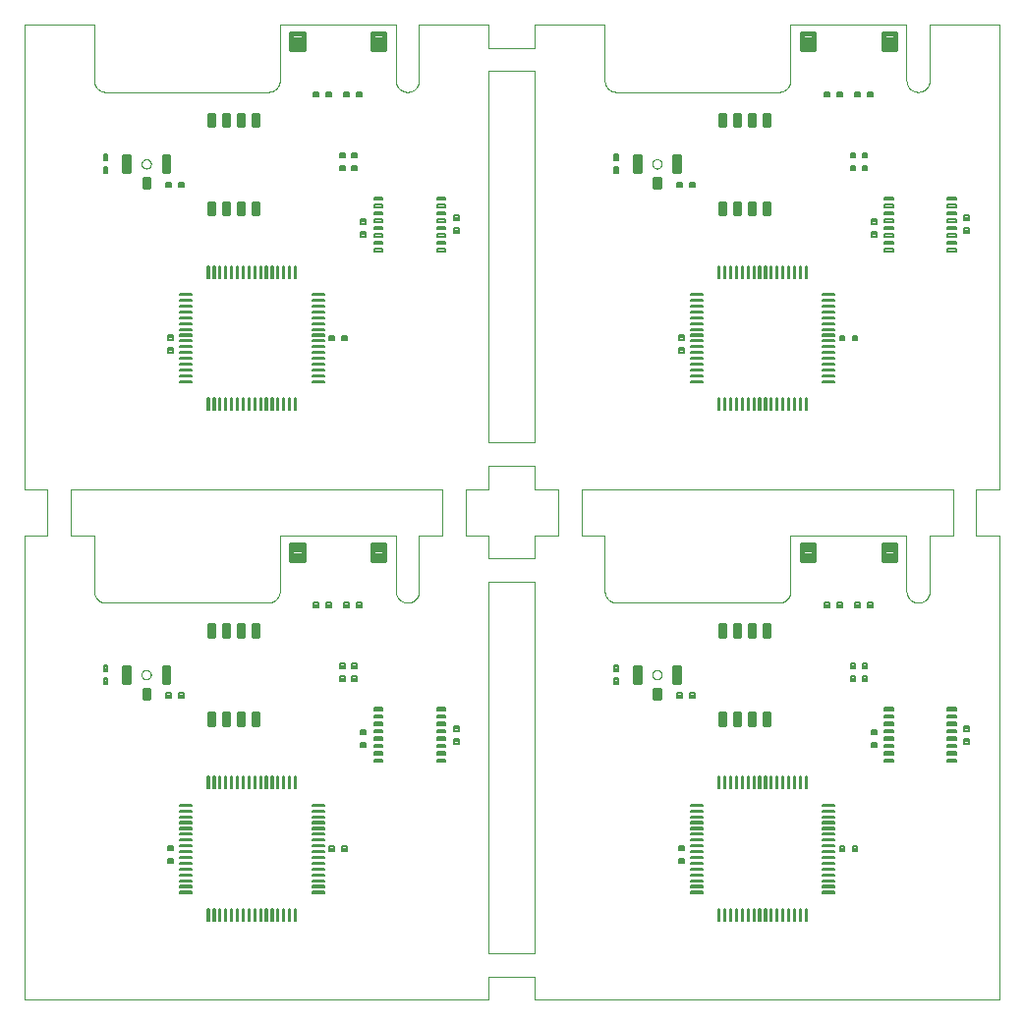
<source format=gbp>
G75*
%MOIN*%
%OFA0B0*%
%FSLAX25Y25*%
%IPPOS*%
%LPD*%
%AMOC8*
5,1,8,0,0,1.08239X$1,22.5*
%
%ADD10C,0.00000*%
%ADD11C,0.00784*%
%ADD12C,0.00945*%
%ADD13C,0.00780*%
%ADD14C,0.00898*%
%ADD15C,0.00787*%
%ADD16C,0.00791*%
%ADD17C,0.01772*%
D10*
X0001680Y0001394D02*
X0001680Y0158874D01*
X0009555Y0158874D01*
X0009555Y0174622D01*
X0001680Y0174622D01*
X0001680Y0332102D01*
X0025303Y0332102D01*
X0025303Y0313205D01*
X0025305Y0313081D01*
X0025311Y0312958D01*
X0025320Y0312834D01*
X0025334Y0312712D01*
X0025351Y0312589D01*
X0025373Y0312467D01*
X0025398Y0312346D01*
X0025427Y0312226D01*
X0025459Y0312107D01*
X0025496Y0311988D01*
X0025536Y0311871D01*
X0025579Y0311756D01*
X0025627Y0311641D01*
X0025678Y0311529D01*
X0025732Y0311418D01*
X0025790Y0311308D01*
X0025851Y0311201D01*
X0025916Y0311095D01*
X0025984Y0310992D01*
X0026055Y0310891D01*
X0026129Y0310792D01*
X0026206Y0310695D01*
X0026287Y0310601D01*
X0026370Y0310510D01*
X0026456Y0310421D01*
X0026545Y0310335D01*
X0026636Y0310252D01*
X0026730Y0310171D01*
X0026827Y0310094D01*
X0026926Y0310020D01*
X0027027Y0309949D01*
X0027130Y0309881D01*
X0027236Y0309816D01*
X0027343Y0309755D01*
X0027453Y0309697D01*
X0027564Y0309643D01*
X0027676Y0309592D01*
X0027791Y0309544D01*
X0027906Y0309501D01*
X0028023Y0309461D01*
X0028142Y0309424D01*
X0028261Y0309392D01*
X0028381Y0309363D01*
X0028502Y0309338D01*
X0028624Y0309316D01*
X0028747Y0309299D01*
X0028869Y0309285D01*
X0028993Y0309276D01*
X0029116Y0309270D01*
X0029240Y0309268D01*
X0084358Y0309268D01*
X0084482Y0309270D01*
X0084605Y0309276D01*
X0084729Y0309285D01*
X0084851Y0309299D01*
X0084974Y0309316D01*
X0085096Y0309338D01*
X0085217Y0309363D01*
X0085337Y0309392D01*
X0085456Y0309424D01*
X0085575Y0309461D01*
X0085692Y0309501D01*
X0085807Y0309544D01*
X0085922Y0309592D01*
X0086034Y0309643D01*
X0086145Y0309697D01*
X0086255Y0309755D01*
X0086362Y0309816D01*
X0086468Y0309881D01*
X0086571Y0309949D01*
X0086672Y0310020D01*
X0086771Y0310094D01*
X0086868Y0310171D01*
X0086962Y0310252D01*
X0087053Y0310335D01*
X0087142Y0310421D01*
X0087228Y0310510D01*
X0087311Y0310601D01*
X0087392Y0310695D01*
X0087469Y0310792D01*
X0087543Y0310891D01*
X0087614Y0310992D01*
X0087682Y0311095D01*
X0087747Y0311201D01*
X0087808Y0311308D01*
X0087866Y0311418D01*
X0087920Y0311529D01*
X0087971Y0311641D01*
X0088019Y0311756D01*
X0088062Y0311871D01*
X0088102Y0311988D01*
X0088139Y0312107D01*
X0088171Y0312226D01*
X0088200Y0312346D01*
X0088225Y0312467D01*
X0088247Y0312589D01*
X0088264Y0312712D01*
X0088278Y0312834D01*
X0088287Y0312958D01*
X0088293Y0313081D01*
X0088295Y0313205D01*
X0088295Y0332102D01*
X0127665Y0332102D01*
X0127665Y0313205D01*
X0127667Y0313081D01*
X0127673Y0312958D01*
X0127682Y0312834D01*
X0127696Y0312712D01*
X0127713Y0312589D01*
X0127735Y0312467D01*
X0127760Y0312346D01*
X0127789Y0312226D01*
X0127821Y0312107D01*
X0127858Y0311988D01*
X0127898Y0311871D01*
X0127941Y0311756D01*
X0127989Y0311641D01*
X0128040Y0311529D01*
X0128094Y0311418D01*
X0128152Y0311308D01*
X0128213Y0311201D01*
X0128278Y0311095D01*
X0128346Y0310992D01*
X0128417Y0310891D01*
X0128491Y0310792D01*
X0128568Y0310695D01*
X0128649Y0310601D01*
X0128732Y0310510D01*
X0128818Y0310421D01*
X0128907Y0310335D01*
X0128998Y0310252D01*
X0129092Y0310171D01*
X0129189Y0310094D01*
X0129288Y0310020D01*
X0129389Y0309949D01*
X0129492Y0309881D01*
X0129598Y0309816D01*
X0129705Y0309755D01*
X0129815Y0309697D01*
X0129926Y0309643D01*
X0130038Y0309592D01*
X0130153Y0309544D01*
X0130268Y0309501D01*
X0130385Y0309461D01*
X0130504Y0309424D01*
X0130623Y0309392D01*
X0130743Y0309363D01*
X0130864Y0309338D01*
X0130986Y0309316D01*
X0131109Y0309299D01*
X0131231Y0309285D01*
X0131355Y0309276D01*
X0131478Y0309270D01*
X0131602Y0309268D01*
X0131726Y0309270D01*
X0131849Y0309276D01*
X0131973Y0309285D01*
X0132095Y0309299D01*
X0132218Y0309316D01*
X0132340Y0309338D01*
X0132461Y0309363D01*
X0132581Y0309392D01*
X0132700Y0309424D01*
X0132819Y0309461D01*
X0132936Y0309501D01*
X0133051Y0309544D01*
X0133166Y0309592D01*
X0133278Y0309643D01*
X0133389Y0309697D01*
X0133499Y0309755D01*
X0133606Y0309816D01*
X0133712Y0309881D01*
X0133815Y0309949D01*
X0133916Y0310020D01*
X0134015Y0310094D01*
X0134112Y0310171D01*
X0134206Y0310252D01*
X0134297Y0310335D01*
X0134386Y0310421D01*
X0134472Y0310510D01*
X0134555Y0310601D01*
X0134636Y0310695D01*
X0134713Y0310792D01*
X0134787Y0310891D01*
X0134858Y0310992D01*
X0134926Y0311095D01*
X0134991Y0311201D01*
X0135052Y0311308D01*
X0135110Y0311418D01*
X0135164Y0311529D01*
X0135215Y0311641D01*
X0135263Y0311756D01*
X0135306Y0311871D01*
X0135346Y0311988D01*
X0135383Y0312107D01*
X0135415Y0312226D01*
X0135444Y0312346D01*
X0135469Y0312467D01*
X0135491Y0312589D01*
X0135508Y0312712D01*
X0135522Y0312834D01*
X0135531Y0312958D01*
X0135537Y0313081D01*
X0135539Y0313205D01*
X0135539Y0332102D01*
X0159161Y0332102D01*
X0159161Y0324228D01*
X0174909Y0324228D01*
X0174909Y0332102D01*
X0198531Y0332102D01*
X0198531Y0313205D01*
X0198533Y0313081D01*
X0198539Y0312958D01*
X0198548Y0312834D01*
X0198562Y0312712D01*
X0198579Y0312589D01*
X0198601Y0312467D01*
X0198626Y0312346D01*
X0198655Y0312226D01*
X0198687Y0312107D01*
X0198724Y0311988D01*
X0198764Y0311871D01*
X0198807Y0311756D01*
X0198855Y0311641D01*
X0198906Y0311529D01*
X0198960Y0311418D01*
X0199018Y0311308D01*
X0199079Y0311201D01*
X0199144Y0311095D01*
X0199212Y0310992D01*
X0199283Y0310891D01*
X0199357Y0310792D01*
X0199434Y0310695D01*
X0199515Y0310601D01*
X0199598Y0310510D01*
X0199684Y0310421D01*
X0199773Y0310335D01*
X0199864Y0310252D01*
X0199958Y0310171D01*
X0200055Y0310094D01*
X0200154Y0310020D01*
X0200255Y0309949D01*
X0200358Y0309881D01*
X0200464Y0309816D01*
X0200571Y0309755D01*
X0200681Y0309697D01*
X0200792Y0309643D01*
X0200904Y0309592D01*
X0201019Y0309544D01*
X0201134Y0309501D01*
X0201251Y0309461D01*
X0201370Y0309424D01*
X0201489Y0309392D01*
X0201609Y0309363D01*
X0201730Y0309338D01*
X0201852Y0309316D01*
X0201975Y0309299D01*
X0202097Y0309285D01*
X0202221Y0309276D01*
X0202344Y0309270D01*
X0202468Y0309268D01*
X0257586Y0309268D01*
X0257710Y0309270D01*
X0257833Y0309276D01*
X0257957Y0309285D01*
X0258079Y0309299D01*
X0258202Y0309316D01*
X0258324Y0309338D01*
X0258445Y0309363D01*
X0258565Y0309392D01*
X0258684Y0309424D01*
X0258803Y0309461D01*
X0258920Y0309501D01*
X0259035Y0309544D01*
X0259150Y0309592D01*
X0259262Y0309643D01*
X0259373Y0309697D01*
X0259483Y0309755D01*
X0259590Y0309816D01*
X0259696Y0309881D01*
X0259799Y0309949D01*
X0259900Y0310020D01*
X0259999Y0310094D01*
X0260096Y0310171D01*
X0260190Y0310252D01*
X0260281Y0310335D01*
X0260370Y0310421D01*
X0260456Y0310510D01*
X0260539Y0310601D01*
X0260620Y0310695D01*
X0260697Y0310792D01*
X0260771Y0310891D01*
X0260842Y0310992D01*
X0260910Y0311095D01*
X0260975Y0311201D01*
X0261036Y0311308D01*
X0261094Y0311418D01*
X0261148Y0311529D01*
X0261199Y0311641D01*
X0261247Y0311756D01*
X0261290Y0311871D01*
X0261330Y0311988D01*
X0261367Y0312107D01*
X0261399Y0312226D01*
X0261428Y0312346D01*
X0261453Y0312467D01*
X0261475Y0312589D01*
X0261492Y0312712D01*
X0261506Y0312834D01*
X0261515Y0312958D01*
X0261521Y0313081D01*
X0261523Y0313205D01*
X0261523Y0332102D01*
X0300893Y0332102D01*
X0300893Y0313205D01*
X0300895Y0313081D01*
X0300901Y0312958D01*
X0300910Y0312834D01*
X0300924Y0312712D01*
X0300941Y0312589D01*
X0300963Y0312467D01*
X0300988Y0312346D01*
X0301017Y0312226D01*
X0301049Y0312107D01*
X0301086Y0311988D01*
X0301126Y0311871D01*
X0301169Y0311756D01*
X0301217Y0311641D01*
X0301268Y0311529D01*
X0301322Y0311418D01*
X0301380Y0311308D01*
X0301441Y0311201D01*
X0301506Y0311095D01*
X0301574Y0310992D01*
X0301645Y0310891D01*
X0301719Y0310792D01*
X0301796Y0310695D01*
X0301877Y0310601D01*
X0301960Y0310510D01*
X0302046Y0310421D01*
X0302135Y0310335D01*
X0302226Y0310252D01*
X0302320Y0310171D01*
X0302417Y0310094D01*
X0302516Y0310020D01*
X0302617Y0309949D01*
X0302720Y0309881D01*
X0302826Y0309816D01*
X0302933Y0309755D01*
X0303043Y0309697D01*
X0303154Y0309643D01*
X0303266Y0309592D01*
X0303381Y0309544D01*
X0303496Y0309501D01*
X0303613Y0309461D01*
X0303732Y0309424D01*
X0303851Y0309392D01*
X0303971Y0309363D01*
X0304092Y0309338D01*
X0304214Y0309316D01*
X0304337Y0309299D01*
X0304459Y0309285D01*
X0304583Y0309276D01*
X0304706Y0309270D01*
X0304830Y0309268D01*
X0304954Y0309270D01*
X0305077Y0309276D01*
X0305201Y0309285D01*
X0305323Y0309299D01*
X0305446Y0309316D01*
X0305568Y0309338D01*
X0305689Y0309363D01*
X0305809Y0309392D01*
X0305928Y0309424D01*
X0306047Y0309461D01*
X0306164Y0309501D01*
X0306279Y0309544D01*
X0306394Y0309592D01*
X0306506Y0309643D01*
X0306617Y0309697D01*
X0306727Y0309755D01*
X0306834Y0309816D01*
X0306940Y0309881D01*
X0307043Y0309949D01*
X0307144Y0310020D01*
X0307243Y0310094D01*
X0307340Y0310171D01*
X0307434Y0310252D01*
X0307525Y0310335D01*
X0307614Y0310421D01*
X0307700Y0310510D01*
X0307783Y0310601D01*
X0307864Y0310695D01*
X0307941Y0310792D01*
X0308015Y0310891D01*
X0308086Y0310992D01*
X0308154Y0311095D01*
X0308219Y0311201D01*
X0308280Y0311308D01*
X0308338Y0311418D01*
X0308392Y0311529D01*
X0308443Y0311641D01*
X0308491Y0311756D01*
X0308534Y0311871D01*
X0308574Y0311988D01*
X0308611Y0312107D01*
X0308643Y0312226D01*
X0308672Y0312346D01*
X0308697Y0312467D01*
X0308719Y0312589D01*
X0308736Y0312712D01*
X0308750Y0312834D01*
X0308759Y0312958D01*
X0308765Y0313081D01*
X0308767Y0313205D01*
X0308767Y0332102D01*
X0332389Y0332102D01*
X0332389Y0174622D01*
X0324515Y0174622D01*
X0324515Y0158874D01*
X0332389Y0158874D01*
X0332389Y0001394D01*
X0174909Y0001394D01*
X0174909Y0009268D01*
X0159161Y0009268D01*
X0159161Y0001394D01*
X0001680Y0001394D01*
X0041444Y0111630D02*
X0041446Y0111709D01*
X0041452Y0111788D01*
X0041462Y0111867D01*
X0041476Y0111945D01*
X0041493Y0112022D01*
X0041515Y0112098D01*
X0041540Y0112173D01*
X0041570Y0112246D01*
X0041602Y0112318D01*
X0041639Y0112389D01*
X0041679Y0112457D01*
X0041722Y0112523D01*
X0041768Y0112587D01*
X0041818Y0112649D01*
X0041871Y0112708D01*
X0041926Y0112764D01*
X0041985Y0112818D01*
X0042046Y0112868D01*
X0042109Y0112916D01*
X0042175Y0112960D01*
X0042243Y0113001D01*
X0042313Y0113038D01*
X0042384Y0113072D01*
X0042458Y0113102D01*
X0042532Y0113128D01*
X0042608Y0113150D01*
X0042685Y0113169D01*
X0042763Y0113184D01*
X0042841Y0113195D01*
X0042920Y0113202D01*
X0042999Y0113205D01*
X0043078Y0113204D01*
X0043157Y0113199D01*
X0043236Y0113190D01*
X0043314Y0113177D01*
X0043391Y0113160D01*
X0043468Y0113140D01*
X0043543Y0113115D01*
X0043617Y0113087D01*
X0043690Y0113055D01*
X0043760Y0113020D01*
X0043829Y0112981D01*
X0043896Y0112938D01*
X0043961Y0112892D01*
X0044023Y0112844D01*
X0044083Y0112792D01*
X0044140Y0112737D01*
X0044194Y0112679D01*
X0044245Y0112619D01*
X0044293Y0112556D01*
X0044338Y0112491D01*
X0044380Y0112423D01*
X0044418Y0112354D01*
X0044452Y0112283D01*
X0044483Y0112210D01*
X0044511Y0112135D01*
X0044534Y0112060D01*
X0044554Y0111983D01*
X0044570Y0111906D01*
X0044582Y0111827D01*
X0044590Y0111749D01*
X0044594Y0111670D01*
X0044594Y0111590D01*
X0044590Y0111511D01*
X0044582Y0111433D01*
X0044570Y0111354D01*
X0044554Y0111277D01*
X0044534Y0111200D01*
X0044511Y0111125D01*
X0044483Y0111050D01*
X0044452Y0110977D01*
X0044418Y0110906D01*
X0044380Y0110837D01*
X0044338Y0110769D01*
X0044293Y0110704D01*
X0044245Y0110641D01*
X0044194Y0110581D01*
X0044140Y0110523D01*
X0044083Y0110468D01*
X0044023Y0110416D01*
X0043961Y0110368D01*
X0043896Y0110322D01*
X0043829Y0110279D01*
X0043760Y0110240D01*
X0043690Y0110205D01*
X0043617Y0110173D01*
X0043543Y0110145D01*
X0043468Y0110120D01*
X0043391Y0110100D01*
X0043314Y0110083D01*
X0043236Y0110070D01*
X0043157Y0110061D01*
X0043078Y0110056D01*
X0042999Y0110055D01*
X0042920Y0110058D01*
X0042841Y0110065D01*
X0042763Y0110076D01*
X0042685Y0110091D01*
X0042608Y0110110D01*
X0042532Y0110132D01*
X0042458Y0110158D01*
X0042384Y0110188D01*
X0042313Y0110222D01*
X0042243Y0110259D01*
X0042175Y0110300D01*
X0042109Y0110344D01*
X0042046Y0110392D01*
X0041985Y0110442D01*
X0041926Y0110496D01*
X0041871Y0110552D01*
X0041818Y0110611D01*
X0041768Y0110673D01*
X0041722Y0110737D01*
X0041679Y0110803D01*
X0041639Y0110871D01*
X0041602Y0110942D01*
X0041570Y0111014D01*
X0041540Y0111087D01*
X0041515Y0111162D01*
X0041493Y0111238D01*
X0041476Y0111315D01*
X0041462Y0111393D01*
X0041452Y0111472D01*
X0041446Y0111551D01*
X0041444Y0111630D01*
X0029240Y0136039D02*
X0084358Y0136039D01*
X0084482Y0136041D01*
X0084605Y0136047D01*
X0084729Y0136056D01*
X0084851Y0136070D01*
X0084974Y0136087D01*
X0085096Y0136109D01*
X0085217Y0136134D01*
X0085337Y0136163D01*
X0085456Y0136195D01*
X0085575Y0136232D01*
X0085692Y0136272D01*
X0085807Y0136315D01*
X0085922Y0136363D01*
X0086034Y0136414D01*
X0086145Y0136468D01*
X0086255Y0136526D01*
X0086362Y0136587D01*
X0086468Y0136652D01*
X0086571Y0136720D01*
X0086672Y0136791D01*
X0086771Y0136865D01*
X0086868Y0136942D01*
X0086962Y0137023D01*
X0087053Y0137106D01*
X0087142Y0137192D01*
X0087228Y0137281D01*
X0087311Y0137372D01*
X0087392Y0137466D01*
X0087469Y0137563D01*
X0087543Y0137662D01*
X0087614Y0137763D01*
X0087682Y0137866D01*
X0087747Y0137972D01*
X0087808Y0138079D01*
X0087866Y0138189D01*
X0087920Y0138300D01*
X0087971Y0138412D01*
X0088019Y0138527D01*
X0088062Y0138642D01*
X0088102Y0138759D01*
X0088139Y0138878D01*
X0088171Y0138997D01*
X0088200Y0139117D01*
X0088225Y0139238D01*
X0088247Y0139360D01*
X0088264Y0139483D01*
X0088278Y0139605D01*
X0088287Y0139729D01*
X0088293Y0139852D01*
X0088295Y0139976D01*
X0088295Y0158874D01*
X0127665Y0158874D01*
X0127665Y0139976D01*
X0127667Y0139852D01*
X0127673Y0139729D01*
X0127682Y0139605D01*
X0127696Y0139483D01*
X0127713Y0139360D01*
X0127735Y0139238D01*
X0127760Y0139117D01*
X0127789Y0138997D01*
X0127821Y0138878D01*
X0127858Y0138759D01*
X0127898Y0138642D01*
X0127941Y0138527D01*
X0127989Y0138412D01*
X0128040Y0138300D01*
X0128094Y0138189D01*
X0128152Y0138079D01*
X0128213Y0137972D01*
X0128278Y0137866D01*
X0128346Y0137763D01*
X0128417Y0137662D01*
X0128491Y0137563D01*
X0128568Y0137466D01*
X0128649Y0137372D01*
X0128732Y0137281D01*
X0128818Y0137192D01*
X0128907Y0137106D01*
X0128998Y0137023D01*
X0129092Y0136942D01*
X0129189Y0136865D01*
X0129288Y0136791D01*
X0129389Y0136720D01*
X0129492Y0136652D01*
X0129598Y0136587D01*
X0129705Y0136526D01*
X0129815Y0136468D01*
X0129926Y0136414D01*
X0130038Y0136363D01*
X0130153Y0136315D01*
X0130268Y0136272D01*
X0130385Y0136232D01*
X0130504Y0136195D01*
X0130623Y0136163D01*
X0130743Y0136134D01*
X0130864Y0136109D01*
X0130986Y0136087D01*
X0131109Y0136070D01*
X0131231Y0136056D01*
X0131355Y0136047D01*
X0131478Y0136041D01*
X0131602Y0136039D01*
X0131726Y0136041D01*
X0131849Y0136047D01*
X0131973Y0136056D01*
X0132095Y0136070D01*
X0132218Y0136087D01*
X0132340Y0136109D01*
X0132461Y0136134D01*
X0132581Y0136163D01*
X0132700Y0136195D01*
X0132819Y0136232D01*
X0132936Y0136272D01*
X0133051Y0136315D01*
X0133166Y0136363D01*
X0133278Y0136414D01*
X0133389Y0136468D01*
X0133499Y0136526D01*
X0133606Y0136587D01*
X0133712Y0136652D01*
X0133815Y0136720D01*
X0133916Y0136791D01*
X0134015Y0136865D01*
X0134112Y0136942D01*
X0134206Y0137023D01*
X0134297Y0137106D01*
X0134386Y0137192D01*
X0134472Y0137281D01*
X0134555Y0137372D01*
X0134636Y0137466D01*
X0134713Y0137563D01*
X0134787Y0137662D01*
X0134858Y0137763D01*
X0134926Y0137866D01*
X0134991Y0137972D01*
X0135052Y0138079D01*
X0135110Y0138189D01*
X0135164Y0138300D01*
X0135215Y0138412D01*
X0135263Y0138527D01*
X0135306Y0138642D01*
X0135346Y0138759D01*
X0135383Y0138878D01*
X0135415Y0138997D01*
X0135444Y0139117D01*
X0135469Y0139238D01*
X0135491Y0139360D01*
X0135508Y0139483D01*
X0135522Y0139605D01*
X0135531Y0139729D01*
X0135537Y0139852D01*
X0135539Y0139976D01*
X0135539Y0158874D01*
X0143413Y0158874D01*
X0143413Y0174622D01*
X0017429Y0174622D01*
X0017429Y0158874D01*
X0025303Y0158874D01*
X0025303Y0139976D01*
X0025305Y0139852D01*
X0025311Y0139729D01*
X0025320Y0139605D01*
X0025334Y0139483D01*
X0025351Y0139360D01*
X0025373Y0139238D01*
X0025398Y0139117D01*
X0025427Y0138997D01*
X0025459Y0138878D01*
X0025496Y0138759D01*
X0025536Y0138642D01*
X0025579Y0138527D01*
X0025627Y0138412D01*
X0025678Y0138300D01*
X0025732Y0138189D01*
X0025790Y0138079D01*
X0025851Y0137972D01*
X0025916Y0137866D01*
X0025984Y0137763D01*
X0026055Y0137662D01*
X0026129Y0137563D01*
X0026206Y0137466D01*
X0026287Y0137372D01*
X0026370Y0137281D01*
X0026456Y0137192D01*
X0026545Y0137106D01*
X0026636Y0137023D01*
X0026730Y0136942D01*
X0026827Y0136865D01*
X0026926Y0136791D01*
X0027027Y0136720D01*
X0027130Y0136652D01*
X0027236Y0136587D01*
X0027343Y0136526D01*
X0027453Y0136468D01*
X0027564Y0136414D01*
X0027676Y0136363D01*
X0027791Y0136315D01*
X0027906Y0136272D01*
X0028023Y0136232D01*
X0028142Y0136195D01*
X0028261Y0136163D01*
X0028381Y0136134D01*
X0028502Y0136109D01*
X0028624Y0136087D01*
X0028747Y0136070D01*
X0028869Y0136056D01*
X0028993Y0136047D01*
X0029116Y0136041D01*
X0029240Y0136039D01*
X0151287Y0158874D02*
X0151287Y0174622D01*
X0159161Y0174622D01*
X0159161Y0182496D01*
X0174909Y0182496D01*
X0174909Y0174622D01*
X0182783Y0174622D01*
X0182783Y0158874D01*
X0174909Y0158874D01*
X0174909Y0151000D01*
X0159161Y0151000D01*
X0159161Y0158874D01*
X0151287Y0158874D01*
X0159161Y0143126D02*
X0174909Y0143126D01*
X0174909Y0017142D01*
X0159161Y0017142D01*
X0159161Y0143126D01*
X0190657Y0158874D02*
X0190657Y0174622D01*
X0316641Y0174622D01*
X0316641Y0158874D01*
X0308767Y0158874D01*
X0308767Y0139976D01*
X0304830Y0136039D02*
X0304706Y0136041D01*
X0304583Y0136047D01*
X0304459Y0136056D01*
X0304337Y0136070D01*
X0304214Y0136087D01*
X0304092Y0136109D01*
X0303971Y0136134D01*
X0303851Y0136163D01*
X0303732Y0136195D01*
X0303613Y0136232D01*
X0303496Y0136272D01*
X0303381Y0136315D01*
X0303266Y0136363D01*
X0303154Y0136414D01*
X0303043Y0136468D01*
X0302933Y0136526D01*
X0302826Y0136587D01*
X0302720Y0136652D01*
X0302617Y0136720D01*
X0302516Y0136791D01*
X0302417Y0136865D01*
X0302320Y0136942D01*
X0302226Y0137023D01*
X0302135Y0137106D01*
X0302046Y0137192D01*
X0301960Y0137281D01*
X0301877Y0137372D01*
X0301796Y0137466D01*
X0301719Y0137563D01*
X0301645Y0137662D01*
X0301574Y0137763D01*
X0301506Y0137866D01*
X0301441Y0137972D01*
X0301380Y0138079D01*
X0301322Y0138189D01*
X0301268Y0138300D01*
X0301217Y0138412D01*
X0301169Y0138527D01*
X0301126Y0138642D01*
X0301086Y0138759D01*
X0301049Y0138878D01*
X0301017Y0138997D01*
X0300988Y0139117D01*
X0300963Y0139238D01*
X0300941Y0139360D01*
X0300924Y0139483D01*
X0300910Y0139605D01*
X0300901Y0139729D01*
X0300895Y0139852D01*
X0300893Y0139976D01*
X0300893Y0158874D01*
X0261523Y0158874D01*
X0261523Y0139976D01*
X0261521Y0139852D01*
X0261515Y0139729D01*
X0261506Y0139605D01*
X0261492Y0139483D01*
X0261475Y0139360D01*
X0261453Y0139238D01*
X0261428Y0139117D01*
X0261399Y0138997D01*
X0261367Y0138878D01*
X0261330Y0138759D01*
X0261290Y0138642D01*
X0261247Y0138527D01*
X0261199Y0138412D01*
X0261148Y0138300D01*
X0261094Y0138189D01*
X0261036Y0138079D01*
X0260975Y0137972D01*
X0260910Y0137866D01*
X0260842Y0137763D01*
X0260771Y0137662D01*
X0260697Y0137563D01*
X0260620Y0137466D01*
X0260539Y0137372D01*
X0260456Y0137281D01*
X0260370Y0137192D01*
X0260281Y0137106D01*
X0260190Y0137023D01*
X0260096Y0136942D01*
X0259999Y0136865D01*
X0259900Y0136791D01*
X0259799Y0136720D01*
X0259696Y0136652D01*
X0259590Y0136587D01*
X0259483Y0136526D01*
X0259373Y0136468D01*
X0259262Y0136414D01*
X0259150Y0136363D01*
X0259035Y0136315D01*
X0258920Y0136272D01*
X0258803Y0136232D01*
X0258684Y0136195D01*
X0258565Y0136163D01*
X0258445Y0136134D01*
X0258324Y0136109D01*
X0258202Y0136087D01*
X0258079Y0136070D01*
X0257957Y0136056D01*
X0257833Y0136047D01*
X0257710Y0136041D01*
X0257586Y0136039D01*
X0202468Y0136039D01*
X0202344Y0136041D01*
X0202221Y0136047D01*
X0202097Y0136056D01*
X0201975Y0136070D01*
X0201852Y0136087D01*
X0201730Y0136109D01*
X0201609Y0136134D01*
X0201489Y0136163D01*
X0201370Y0136195D01*
X0201251Y0136232D01*
X0201134Y0136272D01*
X0201019Y0136315D01*
X0200904Y0136363D01*
X0200792Y0136414D01*
X0200681Y0136468D01*
X0200571Y0136526D01*
X0200464Y0136587D01*
X0200358Y0136652D01*
X0200255Y0136720D01*
X0200154Y0136791D01*
X0200055Y0136865D01*
X0199958Y0136942D01*
X0199864Y0137023D01*
X0199773Y0137106D01*
X0199684Y0137192D01*
X0199598Y0137281D01*
X0199515Y0137372D01*
X0199434Y0137466D01*
X0199357Y0137563D01*
X0199283Y0137662D01*
X0199212Y0137763D01*
X0199144Y0137866D01*
X0199079Y0137972D01*
X0199018Y0138079D01*
X0198960Y0138189D01*
X0198906Y0138300D01*
X0198855Y0138412D01*
X0198807Y0138527D01*
X0198764Y0138642D01*
X0198724Y0138759D01*
X0198687Y0138878D01*
X0198655Y0138997D01*
X0198626Y0139117D01*
X0198601Y0139238D01*
X0198579Y0139360D01*
X0198562Y0139483D01*
X0198548Y0139605D01*
X0198539Y0139729D01*
X0198533Y0139852D01*
X0198531Y0139976D01*
X0198531Y0158874D01*
X0190657Y0158874D01*
X0174909Y0190370D02*
X0159161Y0190370D01*
X0159161Y0316354D01*
X0174909Y0316354D01*
X0174909Y0190370D01*
X0214672Y0111630D02*
X0214674Y0111709D01*
X0214680Y0111788D01*
X0214690Y0111867D01*
X0214704Y0111945D01*
X0214721Y0112022D01*
X0214743Y0112098D01*
X0214768Y0112173D01*
X0214798Y0112246D01*
X0214830Y0112318D01*
X0214867Y0112389D01*
X0214907Y0112457D01*
X0214950Y0112523D01*
X0214996Y0112587D01*
X0215046Y0112649D01*
X0215099Y0112708D01*
X0215154Y0112764D01*
X0215213Y0112818D01*
X0215274Y0112868D01*
X0215337Y0112916D01*
X0215403Y0112960D01*
X0215471Y0113001D01*
X0215541Y0113038D01*
X0215612Y0113072D01*
X0215686Y0113102D01*
X0215760Y0113128D01*
X0215836Y0113150D01*
X0215913Y0113169D01*
X0215991Y0113184D01*
X0216069Y0113195D01*
X0216148Y0113202D01*
X0216227Y0113205D01*
X0216306Y0113204D01*
X0216385Y0113199D01*
X0216464Y0113190D01*
X0216542Y0113177D01*
X0216619Y0113160D01*
X0216696Y0113140D01*
X0216771Y0113115D01*
X0216845Y0113087D01*
X0216918Y0113055D01*
X0216988Y0113020D01*
X0217057Y0112981D01*
X0217124Y0112938D01*
X0217189Y0112892D01*
X0217251Y0112844D01*
X0217311Y0112792D01*
X0217368Y0112737D01*
X0217422Y0112679D01*
X0217473Y0112619D01*
X0217521Y0112556D01*
X0217566Y0112491D01*
X0217608Y0112423D01*
X0217646Y0112354D01*
X0217680Y0112283D01*
X0217711Y0112210D01*
X0217739Y0112135D01*
X0217762Y0112060D01*
X0217782Y0111983D01*
X0217798Y0111906D01*
X0217810Y0111827D01*
X0217818Y0111749D01*
X0217822Y0111670D01*
X0217822Y0111590D01*
X0217818Y0111511D01*
X0217810Y0111433D01*
X0217798Y0111354D01*
X0217782Y0111277D01*
X0217762Y0111200D01*
X0217739Y0111125D01*
X0217711Y0111050D01*
X0217680Y0110977D01*
X0217646Y0110906D01*
X0217608Y0110837D01*
X0217566Y0110769D01*
X0217521Y0110704D01*
X0217473Y0110641D01*
X0217422Y0110581D01*
X0217368Y0110523D01*
X0217311Y0110468D01*
X0217251Y0110416D01*
X0217189Y0110368D01*
X0217124Y0110322D01*
X0217057Y0110279D01*
X0216988Y0110240D01*
X0216918Y0110205D01*
X0216845Y0110173D01*
X0216771Y0110145D01*
X0216696Y0110120D01*
X0216619Y0110100D01*
X0216542Y0110083D01*
X0216464Y0110070D01*
X0216385Y0110061D01*
X0216306Y0110056D01*
X0216227Y0110055D01*
X0216148Y0110058D01*
X0216069Y0110065D01*
X0215991Y0110076D01*
X0215913Y0110091D01*
X0215836Y0110110D01*
X0215760Y0110132D01*
X0215686Y0110158D01*
X0215612Y0110188D01*
X0215541Y0110222D01*
X0215471Y0110259D01*
X0215403Y0110300D01*
X0215337Y0110344D01*
X0215274Y0110392D01*
X0215213Y0110442D01*
X0215154Y0110496D01*
X0215099Y0110552D01*
X0215046Y0110611D01*
X0214996Y0110673D01*
X0214950Y0110737D01*
X0214907Y0110803D01*
X0214867Y0110871D01*
X0214830Y0110942D01*
X0214798Y0111014D01*
X0214768Y0111087D01*
X0214743Y0111162D01*
X0214721Y0111238D01*
X0214704Y0111315D01*
X0214690Y0111393D01*
X0214680Y0111472D01*
X0214674Y0111551D01*
X0214672Y0111630D01*
X0304830Y0136039D02*
X0304954Y0136041D01*
X0305077Y0136047D01*
X0305201Y0136056D01*
X0305323Y0136070D01*
X0305446Y0136087D01*
X0305568Y0136109D01*
X0305689Y0136134D01*
X0305809Y0136163D01*
X0305928Y0136195D01*
X0306047Y0136232D01*
X0306164Y0136272D01*
X0306279Y0136315D01*
X0306394Y0136363D01*
X0306506Y0136414D01*
X0306617Y0136468D01*
X0306727Y0136526D01*
X0306834Y0136587D01*
X0306940Y0136652D01*
X0307043Y0136720D01*
X0307144Y0136791D01*
X0307243Y0136865D01*
X0307340Y0136942D01*
X0307434Y0137023D01*
X0307525Y0137106D01*
X0307614Y0137192D01*
X0307700Y0137281D01*
X0307783Y0137372D01*
X0307864Y0137466D01*
X0307941Y0137563D01*
X0308015Y0137662D01*
X0308086Y0137763D01*
X0308154Y0137866D01*
X0308219Y0137972D01*
X0308280Y0138079D01*
X0308338Y0138189D01*
X0308392Y0138300D01*
X0308443Y0138412D01*
X0308491Y0138527D01*
X0308534Y0138642D01*
X0308574Y0138759D01*
X0308611Y0138878D01*
X0308643Y0138997D01*
X0308672Y0139117D01*
X0308697Y0139238D01*
X0308719Y0139360D01*
X0308736Y0139483D01*
X0308750Y0139605D01*
X0308759Y0139729D01*
X0308765Y0139852D01*
X0308767Y0139976D01*
X0214672Y0284858D02*
X0214674Y0284937D01*
X0214680Y0285016D01*
X0214690Y0285095D01*
X0214704Y0285173D01*
X0214721Y0285250D01*
X0214743Y0285326D01*
X0214768Y0285401D01*
X0214798Y0285474D01*
X0214830Y0285546D01*
X0214867Y0285617D01*
X0214907Y0285685D01*
X0214950Y0285751D01*
X0214996Y0285815D01*
X0215046Y0285877D01*
X0215099Y0285936D01*
X0215154Y0285992D01*
X0215213Y0286046D01*
X0215274Y0286096D01*
X0215337Y0286144D01*
X0215403Y0286188D01*
X0215471Y0286229D01*
X0215541Y0286266D01*
X0215612Y0286300D01*
X0215686Y0286330D01*
X0215760Y0286356D01*
X0215836Y0286378D01*
X0215913Y0286397D01*
X0215991Y0286412D01*
X0216069Y0286423D01*
X0216148Y0286430D01*
X0216227Y0286433D01*
X0216306Y0286432D01*
X0216385Y0286427D01*
X0216464Y0286418D01*
X0216542Y0286405D01*
X0216619Y0286388D01*
X0216696Y0286368D01*
X0216771Y0286343D01*
X0216845Y0286315D01*
X0216918Y0286283D01*
X0216988Y0286248D01*
X0217057Y0286209D01*
X0217124Y0286166D01*
X0217189Y0286120D01*
X0217251Y0286072D01*
X0217311Y0286020D01*
X0217368Y0285965D01*
X0217422Y0285907D01*
X0217473Y0285847D01*
X0217521Y0285784D01*
X0217566Y0285719D01*
X0217608Y0285651D01*
X0217646Y0285582D01*
X0217680Y0285511D01*
X0217711Y0285438D01*
X0217739Y0285363D01*
X0217762Y0285288D01*
X0217782Y0285211D01*
X0217798Y0285134D01*
X0217810Y0285055D01*
X0217818Y0284977D01*
X0217822Y0284898D01*
X0217822Y0284818D01*
X0217818Y0284739D01*
X0217810Y0284661D01*
X0217798Y0284582D01*
X0217782Y0284505D01*
X0217762Y0284428D01*
X0217739Y0284353D01*
X0217711Y0284278D01*
X0217680Y0284205D01*
X0217646Y0284134D01*
X0217608Y0284065D01*
X0217566Y0283997D01*
X0217521Y0283932D01*
X0217473Y0283869D01*
X0217422Y0283809D01*
X0217368Y0283751D01*
X0217311Y0283696D01*
X0217251Y0283644D01*
X0217189Y0283596D01*
X0217124Y0283550D01*
X0217057Y0283507D01*
X0216988Y0283468D01*
X0216918Y0283433D01*
X0216845Y0283401D01*
X0216771Y0283373D01*
X0216696Y0283348D01*
X0216619Y0283328D01*
X0216542Y0283311D01*
X0216464Y0283298D01*
X0216385Y0283289D01*
X0216306Y0283284D01*
X0216227Y0283283D01*
X0216148Y0283286D01*
X0216069Y0283293D01*
X0215991Y0283304D01*
X0215913Y0283319D01*
X0215836Y0283338D01*
X0215760Y0283360D01*
X0215686Y0283386D01*
X0215612Y0283416D01*
X0215541Y0283450D01*
X0215471Y0283487D01*
X0215403Y0283528D01*
X0215337Y0283572D01*
X0215274Y0283620D01*
X0215213Y0283670D01*
X0215154Y0283724D01*
X0215099Y0283780D01*
X0215046Y0283839D01*
X0214996Y0283901D01*
X0214950Y0283965D01*
X0214907Y0284031D01*
X0214867Y0284099D01*
X0214830Y0284170D01*
X0214798Y0284242D01*
X0214768Y0284315D01*
X0214743Y0284390D01*
X0214721Y0284466D01*
X0214704Y0284543D01*
X0214690Y0284621D01*
X0214680Y0284700D01*
X0214674Y0284779D01*
X0214672Y0284858D01*
X0041444Y0284858D02*
X0041446Y0284937D01*
X0041452Y0285016D01*
X0041462Y0285095D01*
X0041476Y0285173D01*
X0041493Y0285250D01*
X0041515Y0285326D01*
X0041540Y0285401D01*
X0041570Y0285474D01*
X0041602Y0285546D01*
X0041639Y0285617D01*
X0041679Y0285685D01*
X0041722Y0285751D01*
X0041768Y0285815D01*
X0041818Y0285877D01*
X0041871Y0285936D01*
X0041926Y0285992D01*
X0041985Y0286046D01*
X0042046Y0286096D01*
X0042109Y0286144D01*
X0042175Y0286188D01*
X0042243Y0286229D01*
X0042313Y0286266D01*
X0042384Y0286300D01*
X0042458Y0286330D01*
X0042532Y0286356D01*
X0042608Y0286378D01*
X0042685Y0286397D01*
X0042763Y0286412D01*
X0042841Y0286423D01*
X0042920Y0286430D01*
X0042999Y0286433D01*
X0043078Y0286432D01*
X0043157Y0286427D01*
X0043236Y0286418D01*
X0043314Y0286405D01*
X0043391Y0286388D01*
X0043468Y0286368D01*
X0043543Y0286343D01*
X0043617Y0286315D01*
X0043690Y0286283D01*
X0043760Y0286248D01*
X0043829Y0286209D01*
X0043896Y0286166D01*
X0043961Y0286120D01*
X0044023Y0286072D01*
X0044083Y0286020D01*
X0044140Y0285965D01*
X0044194Y0285907D01*
X0044245Y0285847D01*
X0044293Y0285784D01*
X0044338Y0285719D01*
X0044380Y0285651D01*
X0044418Y0285582D01*
X0044452Y0285511D01*
X0044483Y0285438D01*
X0044511Y0285363D01*
X0044534Y0285288D01*
X0044554Y0285211D01*
X0044570Y0285134D01*
X0044582Y0285055D01*
X0044590Y0284977D01*
X0044594Y0284898D01*
X0044594Y0284818D01*
X0044590Y0284739D01*
X0044582Y0284661D01*
X0044570Y0284582D01*
X0044554Y0284505D01*
X0044534Y0284428D01*
X0044511Y0284353D01*
X0044483Y0284278D01*
X0044452Y0284205D01*
X0044418Y0284134D01*
X0044380Y0284065D01*
X0044338Y0283997D01*
X0044293Y0283932D01*
X0044245Y0283869D01*
X0044194Y0283809D01*
X0044140Y0283751D01*
X0044083Y0283696D01*
X0044023Y0283644D01*
X0043961Y0283596D01*
X0043896Y0283550D01*
X0043829Y0283507D01*
X0043760Y0283468D01*
X0043690Y0283433D01*
X0043617Y0283401D01*
X0043543Y0283373D01*
X0043468Y0283348D01*
X0043391Y0283328D01*
X0043314Y0283311D01*
X0043236Y0283298D01*
X0043157Y0283289D01*
X0043078Y0283284D01*
X0042999Y0283283D01*
X0042920Y0283286D01*
X0042841Y0283293D01*
X0042763Y0283304D01*
X0042685Y0283319D01*
X0042608Y0283338D01*
X0042532Y0283360D01*
X0042458Y0283386D01*
X0042384Y0283416D01*
X0042313Y0283450D01*
X0042243Y0283487D01*
X0042175Y0283528D01*
X0042109Y0283572D01*
X0042046Y0283620D01*
X0041985Y0283670D01*
X0041926Y0283724D01*
X0041871Y0283780D01*
X0041818Y0283839D01*
X0041768Y0283901D01*
X0041722Y0283965D01*
X0041679Y0284031D01*
X0041639Y0284099D01*
X0041602Y0284170D01*
X0041570Y0284242D01*
X0041540Y0284315D01*
X0041515Y0284390D01*
X0041493Y0284466D01*
X0041476Y0284543D01*
X0041462Y0284621D01*
X0041452Y0284700D01*
X0041446Y0284779D01*
X0041444Y0284858D01*
D11*
X0120281Y0272728D02*
X0123097Y0272728D01*
X0120281Y0272728D02*
X0120281Y0273544D01*
X0123097Y0273544D01*
X0123097Y0272728D01*
X0123097Y0273511D02*
X0120281Y0273511D01*
X0120281Y0270228D02*
X0123097Y0270228D01*
X0120281Y0270228D02*
X0120281Y0271044D01*
X0123097Y0271044D01*
X0123097Y0270228D01*
X0123097Y0271011D02*
X0120281Y0271011D01*
X0120281Y0267728D02*
X0123097Y0267728D01*
X0120281Y0267728D02*
X0120281Y0268544D01*
X0123097Y0268544D01*
X0123097Y0267728D01*
X0123097Y0268511D02*
X0120281Y0268511D01*
X0120281Y0265228D02*
X0123097Y0265228D01*
X0120281Y0265228D02*
X0120281Y0266044D01*
X0123097Y0266044D01*
X0123097Y0265228D01*
X0123097Y0266011D02*
X0120281Y0266011D01*
X0120281Y0262728D02*
X0123097Y0262728D01*
X0120281Y0262728D02*
X0120281Y0263544D01*
X0123097Y0263544D01*
X0123097Y0262728D01*
X0123097Y0263511D02*
X0120281Y0263511D01*
X0120281Y0260228D02*
X0123097Y0260228D01*
X0120281Y0260228D02*
X0120281Y0261044D01*
X0123097Y0261044D01*
X0123097Y0260228D01*
X0123097Y0261011D02*
X0120281Y0261011D01*
X0120281Y0257728D02*
X0123097Y0257728D01*
X0120281Y0257728D02*
X0120281Y0258544D01*
X0123097Y0258544D01*
X0123097Y0257728D01*
X0123097Y0258511D02*
X0120281Y0258511D01*
X0120281Y0255228D02*
X0123097Y0255228D01*
X0120281Y0255228D02*
X0120281Y0256044D01*
X0123097Y0256044D01*
X0123097Y0255228D01*
X0123097Y0256011D02*
X0120281Y0256011D01*
X0141681Y0255228D02*
X0144497Y0255228D01*
X0141681Y0255228D02*
X0141681Y0256044D01*
X0144497Y0256044D01*
X0144497Y0255228D01*
X0144497Y0256011D02*
X0141681Y0256011D01*
X0141681Y0257728D02*
X0144497Y0257728D01*
X0141681Y0257728D02*
X0141681Y0258544D01*
X0144497Y0258544D01*
X0144497Y0257728D01*
X0144497Y0258511D02*
X0141681Y0258511D01*
X0141681Y0260228D02*
X0144497Y0260228D01*
X0141681Y0260228D02*
X0141681Y0261044D01*
X0144497Y0261044D01*
X0144497Y0260228D01*
X0144497Y0261011D02*
X0141681Y0261011D01*
X0141681Y0262728D02*
X0144497Y0262728D01*
X0141681Y0262728D02*
X0141681Y0263544D01*
X0144497Y0263544D01*
X0144497Y0262728D01*
X0144497Y0263511D02*
X0141681Y0263511D01*
X0141681Y0265228D02*
X0144497Y0265228D01*
X0141681Y0265228D02*
X0141681Y0266044D01*
X0144497Y0266044D01*
X0144497Y0265228D01*
X0144497Y0266011D02*
X0141681Y0266011D01*
X0141681Y0267728D02*
X0144497Y0267728D01*
X0141681Y0267728D02*
X0141681Y0268544D01*
X0144497Y0268544D01*
X0144497Y0267728D01*
X0144497Y0268511D02*
X0141681Y0268511D01*
X0141681Y0270228D02*
X0144497Y0270228D01*
X0141681Y0270228D02*
X0141681Y0271044D01*
X0144497Y0271044D01*
X0144497Y0270228D01*
X0144497Y0271011D02*
X0141681Y0271011D01*
X0141681Y0272728D02*
X0144497Y0272728D01*
X0141681Y0272728D02*
X0141681Y0273544D01*
X0144497Y0273544D01*
X0144497Y0272728D01*
X0144497Y0273511D02*
X0141681Y0273511D01*
X0293509Y0272728D02*
X0296325Y0272728D01*
X0293509Y0272728D02*
X0293509Y0273544D01*
X0296325Y0273544D01*
X0296325Y0272728D01*
X0296325Y0273511D02*
X0293509Y0273511D01*
X0293509Y0270228D02*
X0296325Y0270228D01*
X0293509Y0270228D02*
X0293509Y0271044D01*
X0296325Y0271044D01*
X0296325Y0270228D01*
X0296325Y0271011D02*
X0293509Y0271011D01*
X0293509Y0267728D02*
X0296325Y0267728D01*
X0293509Y0267728D02*
X0293509Y0268544D01*
X0296325Y0268544D01*
X0296325Y0267728D01*
X0296325Y0268511D02*
X0293509Y0268511D01*
X0293509Y0265228D02*
X0296325Y0265228D01*
X0293509Y0265228D02*
X0293509Y0266044D01*
X0296325Y0266044D01*
X0296325Y0265228D01*
X0296325Y0266011D02*
X0293509Y0266011D01*
X0293509Y0262728D02*
X0296325Y0262728D01*
X0293509Y0262728D02*
X0293509Y0263544D01*
X0296325Y0263544D01*
X0296325Y0262728D01*
X0296325Y0263511D02*
X0293509Y0263511D01*
X0293509Y0260228D02*
X0296325Y0260228D01*
X0293509Y0260228D02*
X0293509Y0261044D01*
X0296325Y0261044D01*
X0296325Y0260228D01*
X0296325Y0261011D02*
X0293509Y0261011D01*
X0293509Y0257728D02*
X0296325Y0257728D01*
X0293509Y0257728D02*
X0293509Y0258544D01*
X0296325Y0258544D01*
X0296325Y0257728D01*
X0296325Y0258511D02*
X0293509Y0258511D01*
X0293509Y0255228D02*
X0296325Y0255228D01*
X0293509Y0255228D02*
X0293509Y0256044D01*
X0296325Y0256044D01*
X0296325Y0255228D01*
X0296325Y0256011D02*
X0293509Y0256011D01*
X0314909Y0255228D02*
X0317725Y0255228D01*
X0314909Y0255228D02*
X0314909Y0256044D01*
X0317725Y0256044D01*
X0317725Y0255228D01*
X0317725Y0256011D02*
X0314909Y0256011D01*
X0314909Y0257728D02*
X0317725Y0257728D01*
X0314909Y0257728D02*
X0314909Y0258544D01*
X0317725Y0258544D01*
X0317725Y0257728D01*
X0317725Y0258511D02*
X0314909Y0258511D01*
X0314909Y0260228D02*
X0317725Y0260228D01*
X0314909Y0260228D02*
X0314909Y0261044D01*
X0317725Y0261044D01*
X0317725Y0260228D01*
X0317725Y0261011D02*
X0314909Y0261011D01*
X0314909Y0262728D02*
X0317725Y0262728D01*
X0314909Y0262728D02*
X0314909Y0263544D01*
X0317725Y0263544D01*
X0317725Y0262728D01*
X0317725Y0263511D02*
X0314909Y0263511D01*
X0314909Y0265228D02*
X0317725Y0265228D01*
X0314909Y0265228D02*
X0314909Y0266044D01*
X0317725Y0266044D01*
X0317725Y0265228D01*
X0317725Y0266011D02*
X0314909Y0266011D01*
X0314909Y0267728D02*
X0317725Y0267728D01*
X0314909Y0267728D02*
X0314909Y0268544D01*
X0317725Y0268544D01*
X0317725Y0267728D01*
X0317725Y0268511D02*
X0314909Y0268511D01*
X0314909Y0270228D02*
X0317725Y0270228D01*
X0314909Y0270228D02*
X0314909Y0271044D01*
X0317725Y0271044D01*
X0317725Y0270228D01*
X0317725Y0271011D02*
X0314909Y0271011D01*
X0314909Y0272728D02*
X0317725Y0272728D01*
X0314909Y0272728D02*
X0314909Y0273544D01*
X0317725Y0273544D01*
X0317725Y0272728D01*
X0317725Y0273511D02*
X0314909Y0273511D01*
X0314909Y0099499D02*
X0317725Y0099499D01*
X0314909Y0099499D02*
X0314909Y0100315D01*
X0317725Y0100315D01*
X0317725Y0099499D01*
X0317725Y0100282D02*
X0314909Y0100282D01*
X0314909Y0096999D02*
X0317725Y0096999D01*
X0314909Y0096999D02*
X0314909Y0097815D01*
X0317725Y0097815D01*
X0317725Y0096999D01*
X0317725Y0097782D02*
X0314909Y0097782D01*
X0314909Y0094499D02*
X0317725Y0094499D01*
X0314909Y0094499D02*
X0314909Y0095315D01*
X0317725Y0095315D01*
X0317725Y0094499D01*
X0317725Y0095282D02*
X0314909Y0095282D01*
X0314909Y0091999D02*
X0317725Y0091999D01*
X0314909Y0091999D02*
X0314909Y0092815D01*
X0317725Y0092815D01*
X0317725Y0091999D01*
X0317725Y0092782D02*
X0314909Y0092782D01*
X0314909Y0089499D02*
X0317725Y0089499D01*
X0314909Y0089499D02*
X0314909Y0090315D01*
X0317725Y0090315D01*
X0317725Y0089499D01*
X0317725Y0090282D02*
X0314909Y0090282D01*
X0314909Y0086999D02*
X0317725Y0086999D01*
X0314909Y0086999D02*
X0314909Y0087815D01*
X0317725Y0087815D01*
X0317725Y0086999D01*
X0317725Y0087782D02*
X0314909Y0087782D01*
X0314909Y0084499D02*
X0317725Y0084499D01*
X0314909Y0084499D02*
X0314909Y0085315D01*
X0317725Y0085315D01*
X0317725Y0084499D01*
X0317725Y0085282D02*
X0314909Y0085282D01*
X0314909Y0081999D02*
X0317725Y0081999D01*
X0314909Y0081999D02*
X0314909Y0082815D01*
X0317725Y0082815D01*
X0317725Y0081999D01*
X0317725Y0082782D02*
X0314909Y0082782D01*
X0296325Y0081999D02*
X0293509Y0081999D01*
X0293509Y0082815D01*
X0296325Y0082815D01*
X0296325Y0081999D01*
X0296325Y0082782D02*
X0293509Y0082782D01*
X0293509Y0084499D02*
X0296325Y0084499D01*
X0293509Y0084499D02*
X0293509Y0085315D01*
X0296325Y0085315D01*
X0296325Y0084499D01*
X0296325Y0085282D02*
X0293509Y0085282D01*
X0293509Y0086999D02*
X0296325Y0086999D01*
X0293509Y0086999D02*
X0293509Y0087815D01*
X0296325Y0087815D01*
X0296325Y0086999D01*
X0296325Y0087782D02*
X0293509Y0087782D01*
X0293509Y0089499D02*
X0296325Y0089499D01*
X0293509Y0089499D02*
X0293509Y0090315D01*
X0296325Y0090315D01*
X0296325Y0089499D01*
X0296325Y0090282D02*
X0293509Y0090282D01*
X0293509Y0091999D02*
X0296325Y0091999D01*
X0293509Y0091999D02*
X0293509Y0092815D01*
X0296325Y0092815D01*
X0296325Y0091999D01*
X0296325Y0092782D02*
X0293509Y0092782D01*
X0293509Y0094499D02*
X0296325Y0094499D01*
X0293509Y0094499D02*
X0293509Y0095315D01*
X0296325Y0095315D01*
X0296325Y0094499D01*
X0296325Y0095282D02*
X0293509Y0095282D01*
X0293509Y0096999D02*
X0296325Y0096999D01*
X0293509Y0096999D02*
X0293509Y0097815D01*
X0296325Y0097815D01*
X0296325Y0096999D01*
X0296325Y0097782D02*
X0293509Y0097782D01*
X0293509Y0099499D02*
X0296325Y0099499D01*
X0293509Y0099499D02*
X0293509Y0100315D01*
X0296325Y0100315D01*
X0296325Y0099499D01*
X0296325Y0100282D02*
X0293509Y0100282D01*
X0144497Y0099499D02*
X0141681Y0099499D01*
X0141681Y0100315D01*
X0144497Y0100315D01*
X0144497Y0099499D01*
X0144497Y0100282D02*
X0141681Y0100282D01*
X0141681Y0096999D02*
X0144497Y0096999D01*
X0141681Y0096999D02*
X0141681Y0097815D01*
X0144497Y0097815D01*
X0144497Y0096999D01*
X0144497Y0097782D02*
X0141681Y0097782D01*
X0141681Y0094499D02*
X0144497Y0094499D01*
X0141681Y0094499D02*
X0141681Y0095315D01*
X0144497Y0095315D01*
X0144497Y0094499D01*
X0144497Y0095282D02*
X0141681Y0095282D01*
X0141681Y0091999D02*
X0144497Y0091999D01*
X0141681Y0091999D02*
X0141681Y0092815D01*
X0144497Y0092815D01*
X0144497Y0091999D01*
X0144497Y0092782D02*
X0141681Y0092782D01*
X0141681Y0089499D02*
X0144497Y0089499D01*
X0141681Y0089499D02*
X0141681Y0090315D01*
X0144497Y0090315D01*
X0144497Y0089499D01*
X0144497Y0090282D02*
X0141681Y0090282D01*
X0141681Y0086999D02*
X0144497Y0086999D01*
X0141681Y0086999D02*
X0141681Y0087815D01*
X0144497Y0087815D01*
X0144497Y0086999D01*
X0144497Y0087782D02*
X0141681Y0087782D01*
X0141681Y0084499D02*
X0144497Y0084499D01*
X0141681Y0084499D02*
X0141681Y0085315D01*
X0144497Y0085315D01*
X0144497Y0084499D01*
X0144497Y0085282D02*
X0141681Y0085282D01*
X0141681Y0081999D02*
X0144497Y0081999D01*
X0141681Y0081999D02*
X0141681Y0082815D01*
X0144497Y0082815D01*
X0144497Y0081999D01*
X0144497Y0082782D02*
X0141681Y0082782D01*
X0123097Y0081999D02*
X0120281Y0081999D01*
X0120281Y0082815D01*
X0123097Y0082815D01*
X0123097Y0081999D01*
X0123097Y0082782D02*
X0120281Y0082782D01*
X0120281Y0084499D02*
X0123097Y0084499D01*
X0120281Y0084499D02*
X0120281Y0085315D01*
X0123097Y0085315D01*
X0123097Y0084499D01*
X0123097Y0085282D02*
X0120281Y0085282D01*
X0120281Y0086999D02*
X0123097Y0086999D01*
X0120281Y0086999D02*
X0120281Y0087815D01*
X0123097Y0087815D01*
X0123097Y0086999D01*
X0123097Y0087782D02*
X0120281Y0087782D01*
X0120281Y0089499D02*
X0123097Y0089499D01*
X0120281Y0089499D02*
X0120281Y0090315D01*
X0123097Y0090315D01*
X0123097Y0089499D01*
X0123097Y0090282D02*
X0120281Y0090282D01*
X0120281Y0091999D02*
X0123097Y0091999D01*
X0120281Y0091999D02*
X0120281Y0092815D01*
X0123097Y0092815D01*
X0123097Y0091999D01*
X0123097Y0092782D02*
X0120281Y0092782D01*
X0120281Y0094499D02*
X0123097Y0094499D01*
X0120281Y0094499D02*
X0120281Y0095315D01*
X0123097Y0095315D01*
X0123097Y0094499D01*
X0123097Y0095282D02*
X0120281Y0095282D01*
X0120281Y0096999D02*
X0123097Y0096999D01*
X0120281Y0096999D02*
X0120281Y0097815D01*
X0123097Y0097815D01*
X0123097Y0096999D01*
X0123097Y0097782D02*
X0120281Y0097782D01*
X0120281Y0099499D02*
X0123097Y0099499D01*
X0120281Y0099499D02*
X0120281Y0100315D01*
X0123097Y0100315D01*
X0123097Y0099499D01*
X0123097Y0100282D02*
X0120281Y0100282D01*
D12*
X0050815Y0108756D02*
X0050815Y0114504D01*
X0050815Y0108756D02*
X0048609Y0108756D01*
X0048609Y0114504D01*
X0050815Y0114504D01*
X0050815Y0109700D02*
X0048609Y0109700D01*
X0048609Y0110644D02*
X0050815Y0110644D01*
X0050815Y0111588D02*
X0048609Y0111588D01*
X0048609Y0112532D02*
X0050815Y0112532D01*
X0050815Y0113476D02*
X0048609Y0113476D01*
X0048609Y0114420D02*
X0050815Y0114420D01*
X0044122Y0106827D02*
X0044122Y0103441D01*
X0041916Y0103441D01*
X0041916Y0106827D01*
X0044122Y0106827D01*
X0044122Y0104385D02*
X0041916Y0104385D01*
X0041916Y0105329D02*
X0044122Y0105329D01*
X0044122Y0106273D02*
X0041916Y0106273D01*
X0037429Y0108756D02*
X0037429Y0114504D01*
X0037429Y0108756D02*
X0035223Y0108756D01*
X0035223Y0114504D01*
X0037429Y0114504D01*
X0037429Y0109700D02*
X0035223Y0109700D01*
X0035223Y0110644D02*
X0037429Y0110644D01*
X0037429Y0111588D02*
X0035223Y0111588D01*
X0035223Y0112532D02*
X0037429Y0112532D01*
X0037429Y0113476D02*
X0035223Y0113476D01*
X0035223Y0114420D02*
X0037429Y0114420D01*
X0044122Y0276669D02*
X0044122Y0280055D01*
X0044122Y0276669D02*
X0041916Y0276669D01*
X0041916Y0280055D01*
X0044122Y0280055D01*
X0044122Y0277613D02*
X0041916Y0277613D01*
X0041916Y0278557D02*
X0044122Y0278557D01*
X0044122Y0279501D02*
X0041916Y0279501D01*
X0037429Y0281984D02*
X0037429Y0287732D01*
X0037429Y0281984D02*
X0035223Y0281984D01*
X0035223Y0287732D01*
X0037429Y0287732D01*
X0037429Y0282928D02*
X0035223Y0282928D01*
X0035223Y0283872D02*
X0037429Y0283872D01*
X0037429Y0284816D02*
X0035223Y0284816D01*
X0035223Y0285760D02*
X0037429Y0285760D01*
X0037429Y0286704D02*
X0035223Y0286704D01*
X0035223Y0287648D02*
X0037429Y0287648D01*
X0050815Y0287732D02*
X0050815Y0281984D01*
X0048609Y0281984D01*
X0048609Y0287732D01*
X0050815Y0287732D01*
X0050815Y0282928D02*
X0048609Y0282928D01*
X0048609Y0283872D02*
X0050815Y0283872D01*
X0050815Y0284816D02*
X0048609Y0284816D01*
X0048609Y0285760D02*
X0050815Y0285760D01*
X0050815Y0286704D02*
X0048609Y0286704D01*
X0048609Y0287648D02*
X0050815Y0287648D01*
X0210658Y0287732D02*
X0210658Y0281984D01*
X0208452Y0281984D01*
X0208452Y0287732D01*
X0210658Y0287732D01*
X0210658Y0282928D02*
X0208452Y0282928D01*
X0208452Y0283872D02*
X0210658Y0283872D01*
X0210658Y0284816D02*
X0208452Y0284816D01*
X0208452Y0285760D02*
X0210658Y0285760D01*
X0210658Y0286704D02*
X0208452Y0286704D01*
X0208452Y0287648D02*
X0210658Y0287648D01*
X0217350Y0280055D02*
X0217350Y0276669D01*
X0215144Y0276669D01*
X0215144Y0280055D01*
X0217350Y0280055D01*
X0217350Y0277613D02*
X0215144Y0277613D01*
X0215144Y0278557D02*
X0217350Y0278557D01*
X0217350Y0279501D02*
X0215144Y0279501D01*
X0224043Y0281984D02*
X0224043Y0287732D01*
X0224043Y0281984D02*
X0221837Y0281984D01*
X0221837Y0287732D01*
X0224043Y0287732D01*
X0224043Y0282928D02*
X0221837Y0282928D01*
X0221837Y0283872D02*
X0224043Y0283872D01*
X0224043Y0284816D02*
X0221837Y0284816D01*
X0221837Y0285760D02*
X0224043Y0285760D01*
X0224043Y0286704D02*
X0221837Y0286704D01*
X0221837Y0287648D02*
X0224043Y0287648D01*
X0224043Y0114504D02*
X0224043Y0108756D01*
X0221837Y0108756D01*
X0221837Y0114504D01*
X0224043Y0114504D01*
X0224043Y0109700D02*
X0221837Y0109700D01*
X0221837Y0110644D02*
X0224043Y0110644D01*
X0224043Y0111588D02*
X0221837Y0111588D01*
X0221837Y0112532D02*
X0224043Y0112532D01*
X0224043Y0113476D02*
X0221837Y0113476D01*
X0221837Y0114420D02*
X0224043Y0114420D01*
X0217350Y0106827D02*
X0217350Y0103441D01*
X0215144Y0103441D01*
X0215144Y0106827D01*
X0217350Y0106827D01*
X0217350Y0104385D02*
X0215144Y0104385D01*
X0215144Y0105329D02*
X0217350Y0105329D01*
X0217350Y0106273D02*
X0215144Y0106273D01*
X0210658Y0108756D02*
X0210658Y0114504D01*
X0210658Y0108756D02*
X0208452Y0108756D01*
X0208452Y0114504D01*
X0210658Y0114504D01*
X0210658Y0109700D02*
X0208452Y0109700D01*
X0208452Y0110644D02*
X0210658Y0110644D01*
X0210658Y0111588D02*
X0208452Y0111588D01*
X0208452Y0112532D02*
X0210658Y0112532D01*
X0210658Y0113476D02*
X0208452Y0113476D01*
X0208452Y0114420D02*
X0210658Y0114420D01*
D13*
X0223134Y0105334D02*
X0224716Y0105334D01*
X0224716Y0103752D01*
X0223134Y0103752D01*
X0223134Y0105334D01*
X0223134Y0104531D02*
X0224716Y0104531D01*
X0224716Y0105310D02*
X0223134Y0105310D01*
X0227464Y0105334D02*
X0229046Y0105334D01*
X0229046Y0103752D01*
X0227464Y0103752D01*
X0227464Y0105334D01*
X0227464Y0104531D02*
X0229046Y0104531D01*
X0229046Y0105310D02*
X0227464Y0105310D01*
X0273134Y0136043D02*
X0274716Y0136043D01*
X0274716Y0134461D01*
X0273134Y0134461D01*
X0273134Y0136043D01*
X0273134Y0135240D02*
X0274716Y0135240D01*
X0274716Y0136019D02*
X0273134Y0136019D01*
X0277464Y0136043D02*
X0279046Y0136043D01*
X0279046Y0134461D01*
X0277464Y0134461D01*
X0277464Y0136043D01*
X0277464Y0135240D02*
X0279046Y0135240D01*
X0279046Y0136019D02*
X0277464Y0136019D01*
X0283370Y0134461D02*
X0284952Y0134461D01*
X0283370Y0134461D02*
X0283370Y0136043D01*
X0284952Y0136043D01*
X0284952Y0134461D01*
X0284952Y0135240D02*
X0283370Y0135240D01*
X0283370Y0136019D02*
X0284952Y0136019D01*
X0287701Y0134461D02*
X0289283Y0134461D01*
X0287701Y0134461D02*
X0287701Y0136043D01*
X0289283Y0136043D01*
X0289283Y0134461D01*
X0289283Y0135240D02*
X0287701Y0135240D01*
X0287701Y0136019D02*
X0289283Y0136019D01*
X0287511Y0115374D02*
X0287511Y0113792D01*
X0285929Y0113792D01*
X0285929Y0115374D01*
X0287511Y0115374D01*
X0287511Y0114571D02*
X0285929Y0114571D01*
X0285929Y0115350D02*
X0287511Y0115350D01*
X0283574Y0115374D02*
X0283574Y0113792D01*
X0281992Y0113792D01*
X0281992Y0115374D01*
X0283574Y0115374D01*
X0283574Y0114571D02*
X0281992Y0114571D01*
X0281992Y0115350D02*
X0283574Y0115350D01*
X0283574Y0111043D02*
X0283574Y0109461D01*
X0281992Y0109461D01*
X0281992Y0111043D01*
X0283574Y0111043D01*
X0283574Y0110240D02*
X0281992Y0110240D01*
X0281992Y0111019D02*
X0283574Y0111019D01*
X0287511Y0111043D02*
X0287511Y0109461D01*
X0285929Y0109461D01*
X0285929Y0111043D01*
X0287511Y0111043D01*
X0287511Y0110240D02*
X0285929Y0110240D01*
X0285929Y0111019D02*
X0287511Y0111019D01*
X0290660Y0092933D02*
X0290660Y0091351D01*
X0289078Y0091351D01*
X0289078Y0092933D01*
X0290660Y0092933D01*
X0290660Y0092130D02*
X0289078Y0092130D01*
X0289078Y0092909D02*
X0290660Y0092909D01*
X0290660Y0088602D02*
X0290660Y0087020D01*
X0289078Y0087020D01*
X0289078Y0088602D01*
X0290660Y0088602D01*
X0290660Y0087799D02*
X0289078Y0087799D01*
X0289078Y0088578D02*
X0290660Y0088578D01*
X0320575Y0088201D02*
X0320575Y0089783D01*
X0322157Y0089783D01*
X0322157Y0088201D01*
X0320575Y0088201D01*
X0320575Y0088980D02*
X0322157Y0088980D01*
X0322157Y0089759D02*
X0320575Y0089759D01*
X0320575Y0092532D02*
X0320575Y0094114D01*
X0322157Y0094114D01*
X0322157Y0092532D01*
X0320575Y0092532D01*
X0320575Y0093311D02*
X0322157Y0093311D01*
X0322157Y0094090D02*
X0320575Y0094090D01*
X0284164Y0051784D02*
X0282582Y0051784D01*
X0282582Y0053366D01*
X0284164Y0053366D01*
X0284164Y0051784D01*
X0284164Y0052563D02*
X0282582Y0052563D01*
X0282582Y0053342D02*
X0284164Y0053342D01*
X0279834Y0051784D02*
X0278252Y0051784D01*
X0278252Y0053366D01*
X0279834Y0053366D01*
X0279834Y0051784D01*
X0279834Y0052563D02*
X0278252Y0052563D01*
X0278252Y0053342D02*
X0279834Y0053342D01*
X0223724Y0053563D02*
X0223724Y0051981D01*
X0223724Y0053563D02*
X0225306Y0053563D01*
X0225306Y0051981D01*
X0223724Y0051981D01*
X0223724Y0052760D02*
X0225306Y0052760D01*
X0225306Y0053539D02*
X0223724Y0053539D01*
X0223724Y0049232D02*
X0223724Y0047650D01*
X0223724Y0049232D02*
X0225306Y0049232D01*
X0225306Y0047650D01*
X0223724Y0047650D01*
X0223724Y0048429D02*
X0225306Y0048429D01*
X0225306Y0049208D02*
X0223724Y0049208D01*
X0147346Y0088201D02*
X0147346Y0089783D01*
X0148928Y0089783D01*
X0148928Y0088201D01*
X0147346Y0088201D01*
X0147346Y0088980D02*
X0148928Y0088980D01*
X0148928Y0089759D02*
X0147346Y0089759D01*
X0147346Y0092532D02*
X0147346Y0094114D01*
X0148928Y0094114D01*
X0148928Y0092532D01*
X0147346Y0092532D01*
X0147346Y0093311D02*
X0148928Y0093311D01*
X0148928Y0094090D02*
X0147346Y0094090D01*
X0117432Y0092933D02*
X0117432Y0091351D01*
X0115850Y0091351D01*
X0115850Y0092933D01*
X0117432Y0092933D01*
X0117432Y0092130D02*
X0115850Y0092130D01*
X0115850Y0092909D02*
X0117432Y0092909D01*
X0117432Y0088602D02*
X0117432Y0087020D01*
X0115850Y0087020D01*
X0115850Y0088602D01*
X0117432Y0088602D01*
X0117432Y0087799D02*
X0115850Y0087799D01*
X0115850Y0088578D02*
X0117432Y0088578D01*
X0114283Y0109461D02*
X0114283Y0111043D01*
X0114283Y0109461D02*
X0112701Y0109461D01*
X0112701Y0111043D01*
X0114283Y0111043D01*
X0114283Y0110240D02*
X0112701Y0110240D01*
X0112701Y0111019D02*
X0114283Y0111019D01*
X0114283Y0113792D02*
X0114283Y0115374D01*
X0114283Y0113792D02*
X0112701Y0113792D01*
X0112701Y0115374D01*
X0114283Y0115374D01*
X0114283Y0114571D02*
X0112701Y0114571D01*
X0112701Y0115350D02*
X0114283Y0115350D01*
X0110346Y0115374D02*
X0110346Y0113792D01*
X0108764Y0113792D01*
X0108764Y0115374D01*
X0110346Y0115374D01*
X0110346Y0114571D02*
X0108764Y0114571D01*
X0108764Y0115350D02*
X0110346Y0115350D01*
X0110346Y0111043D02*
X0110346Y0109461D01*
X0108764Y0109461D01*
X0108764Y0111043D01*
X0110346Y0111043D01*
X0110346Y0110240D02*
X0108764Y0110240D01*
X0108764Y0111019D02*
X0110346Y0111019D01*
X0110141Y0134461D02*
X0111723Y0134461D01*
X0110141Y0134461D02*
X0110141Y0136043D01*
X0111723Y0136043D01*
X0111723Y0134461D01*
X0111723Y0135240D02*
X0110141Y0135240D01*
X0110141Y0136019D02*
X0111723Y0136019D01*
X0114472Y0134461D02*
X0116054Y0134461D01*
X0114472Y0134461D02*
X0114472Y0136043D01*
X0116054Y0136043D01*
X0116054Y0134461D01*
X0116054Y0135240D02*
X0114472Y0135240D01*
X0114472Y0136019D02*
X0116054Y0136019D01*
X0105818Y0136043D02*
X0104236Y0136043D01*
X0105818Y0136043D02*
X0105818Y0134461D01*
X0104236Y0134461D01*
X0104236Y0136043D01*
X0104236Y0135240D02*
X0105818Y0135240D01*
X0105818Y0136019D02*
X0104236Y0136019D01*
X0101487Y0136043D02*
X0099905Y0136043D01*
X0101487Y0136043D02*
X0101487Y0134461D01*
X0099905Y0134461D01*
X0099905Y0136043D01*
X0099905Y0135240D02*
X0101487Y0135240D01*
X0101487Y0136019D02*
X0099905Y0136019D01*
X0055818Y0105334D02*
X0054236Y0105334D01*
X0055818Y0105334D02*
X0055818Y0103752D01*
X0054236Y0103752D01*
X0054236Y0105334D01*
X0054236Y0104531D02*
X0055818Y0104531D01*
X0055818Y0105310D02*
X0054236Y0105310D01*
X0051487Y0105334D02*
X0049905Y0105334D01*
X0051487Y0105334D02*
X0051487Y0103752D01*
X0049905Y0103752D01*
X0049905Y0105334D01*
X0049905Y0104531D02*
X0051487Y0104531D01*
X0051487Y0105310D02*
X0049905Y0105310D01*
X0050496Y0053563D02*
X0050496Y0051981D01*
X0050496Y0053563D02*
X0052078Y0053563D01*
X0052078Y0051981D01*
X0050496Y0051981D01*
X0050496Y0052760D02*
X0052078Y0052760D01*
X0052078Y0053539D02*
X0050496Y0053539D01*
X0050496Y0049232D02*
X0050496Y0047650D01*
X0050496Y0049232D02*
X0052078Y0049232D01*
X0052078Y0047650D01*
X0050496Y0047650D01*
X0050496Y0048429D02*
X0052078Y0048429D01*
X0052078Y0049208D02*
X0050496Y0049208D01*
X0105023Y0051784D02*
X0106605Y0051784D01*
X0105023Y0051784D02*
X0105023Y0053366D01*
X0106605Y0053366D01*
X0106605Y0051784D01*
X0106605Y0052563D02*
X0105023Y0052563D01*
X0105023Y0053342D02*
X0106605Y0053342D01*
X0109354Y0051784D02*
X0110936Y0051784D01*
X0109354Y0051784D02*
X0109354Y0053366D01*
X0110936Y0053366D01*
X0110936Y0051784D01*
X0110936Y0052563D02*
X0109354Y0052563D01*
X0109354Y0053342D02*
X0110936Y0053342D01*
X0050496Y0220878D02*
X0050496Y0222460D01*
X0052078Y0222460D01*
X0052078Y0220878D01*
X0050496Y0220878D01*
X0050496Y0221657D02*
X0052078Y0221657D01*
X0052078Y0222436D02*
X0050496Y0222436D01*
X0050496Y0225209D02*
X0050496Y0226791D01*
X0052078Y0226791D01*
X0052078Y0225209D01*
X0050496Y0225209D01*
X0050496Y0225988D02*
X0052078Y0225988D01*
X0052078Y0226767D02*
X0050496Y0226767D01*
X0049905Y0278563D02*
X0051487Y0278563D01*
X0051487Y0276981D01*
X0049905Y0276981D01*
X0049905Y0278563D01*
X0049905Y0277760D02*
X0051487Y0277760D01*
X0051487Y0278539D02*
X0049905Y0278539D01*
X0054236Y0278563D02*
X0055818Y0278563D01*
X0055818Y0276981D01*
X0054236Y0276981D01*
X0054236Y0278563D01*
X0054236Y0277760D02*
X0055818Y0277760D01*
X0055818Y0278539D02*
X0054236Y0278539D01*
X0099905Y0309271D02*
X0101487Y0309271D01*
X0101487Y0307689D01*
X0099905Y0307689D01*
X0099905Y0309271D01*
X0099905Y0308468D02*
X0101487Y0308468D01*
X0101487Y0309247D02*
X0099905Y0309247D01*
X0104236Y0309271D02*
X0105818Y0309271D01*
X0105818Y0307689D01*
X0104236Y0307689D01*
X0104236Y0309271D01*
X0104236Y0308468D02*
X0105818Y0308468D01*
X0105818Y0309247D02*
X0104236Y0309247D01*
X0110141Y0307689D02*
X0111723Y0307689D01*
X0110141Y0307689D02*
X0110141Y0309271D01*
X0111723Y0309271D01*
X0111723Y0307689D01*
X0111723Y0308468D02*
X0110141Y0308468D01*
X0110141Y0309247D02*
X0111723Y0309247D01*
X0114472Y0307689D02*
X0116054Y0307689D01*
X0114472Y0307689D02*
X0114472Y0309271D01*
X0116054Y0309271D01*
X0116054Y0307689D01*
X0116054Y0308468D02*
X0114472Y0308468D01*
X0114472Y0309247D02*
X0116054Y0309247D01*
X0114283Y0288602D02*
X0114283Y0287020D01*
X0112701Y0287020D01*
X0112701Y0288602D01*
X0114283Y0288602D01*
X0114283Y0287799D02*
X0112701Y0287799D01*
X0112701Y0288578D02*
X0114283Y0288578D01*
X0110346Y0288602D02*
X0110346Y0287020D01*
X0108764Y0287020D01*
X0108764Y0288602D01*
X0110346Y0288602D01*
X0110346Y0287799D02*
X0108764Y0287799D01*
X0108764Y0288578D02*
X0110346Y0288578D01*
X0110346Y0284271D02*
X0110346Y0282689D01*
X0108764Y0282689D01*
X0108764Y0284271D01*
X0110346Y0284271D01*
X0110346Y0283468D02*
X0108764Y0283468D01*
X0108764Y0284247D02*
X0110346Y0284247D01*
X0114283Y0284271D02*
X0114283Y0282689D01*
X0112701Y0282689D01*
X0112701Y0284271D01*
X0114283Y0284271D01*
X0114283Y0283468D02*
X0112701Y0283468D01*
X0112701Y0284247D02*
X0114283Y0284247D01*
X0117432Y0266161D02*
X0117432Y0264579D01*
X0115850Y0264579D01*
X0115850Y0266161D01*
X0117432Y0266161D01*
X0117432Y0265358D02*
X0115850Y0265358D01*
X0115850Y0266137D02*
X0117432Y0266137D01*
X0117432Y0261830D02*
X0117432Y0260248D01*
X0115850Y0260248D01*
X0115850Y0261830D01*
X0117432Y0261830D01*
X0117432Y0261027D02*
X0115850Y0261027D01*
X0115850Y0261806D02*
X0117432Y0261806D01*
X0147346Y0261429D02*
X0147346Y0263011D01*
X0148928Y0263011D01*
X0148928Y0261429D01*
X0147346Y0261429D01*
X0147346Y0262208D02*
X0148928Y0262208D01*
X0148928Y0262987D02*
X0147346Y0262987D01*
X0147346Y0265760D02*
X0147346Y0267342D01*
X0148928Y0267342D01*
X0148928Y0265760D01*
X0147346Y0265760D01*
X0147346Y0266539D02*
X0148928Y0266539D01*
X0148928Y0267318D02*
X0147346Y0267318D01*
X0110936Y0225012D02*
X0109354Y0225012D01*
X0109354Y0226594D01*
X0110936Y0226594D01*
X0110936Y0225012D01*
X0110936Y0225791D02*
X0109354Y0225791D01*
X0109354Y0226570D02*
X0110936Y0226570D01*
X0106605Y0225012D02*
X0105023Y0225012D01*
X0105023Y0226594D01*
X0106605Y0226594D01*
X0106605Y0225012D01*
X0106605Y0225791D02*
X0105023Y0225791D01*
X0105023Y0226570D02*
X0106605Y0226570D01*
X0223724Y0226791D02*
X0223724Y0225209D01*
X0223724Y0226791D02*
X0225306Y0226791D01*
X0225306Y0225209D01*
X0223724Y0225209D01*
X0223724Y0225988D02*
X0225306Y0225988D01*
X0225306Y0226767D02*
X0223724Y0226767D01*
X0223724Y0222460D02*
X0223724Y0220878D01*
X0223724Y0222460D02*
X0225306Y0222460D01*
X0225306Y0220878D01*
X0223724Y0220878D01*
X0223724Y0221657D02*
X0225306Y0221657D01*
X0225306Y0222436D02*
X0223724Y0222436D01*
X0223134Y0278563D02*
X0224716Y0278563D01*
X0224716Y0276981D01*
X0223134Y0276981D01*
X0223134Y0278563D01*
X0223134Y0277760D02*
X0224716Y0277760D01*
X0224716Y0278539D02*
X0223134Y0278539D01*
X0227464Y0278563D02*
X0229046Y0278563D01*
X0229046Y0276981D01*
X0227464Y0276981D01*
X0227464Y0278563D01*
X0227464Y0277760D02*
X0229046Y0277760D01*
X0229046Y0278539D02*
X0227464Y0278539D01*
X0273134Y0309271D02*
X0274716Y0309271D01*
X0274716Y0307689D01*
X0273134Y0307689D01*
X0273134Y0309271D01*
X0273134Y0308468D02*
X0274716Y0308468D01*
X0274716Y0309247D02*
X0273134Y0309247D01*
X0277464Y0309271D02*
X0279046Y0309271D01*
X0279046Y0307689D01*
X0277464Y0307689D01*
X0277464Y0309271D01*
X0277464Y0308468D02*
X0279046Y0308468D01*
X0279046Y0309247D02*
X0277464Y0309247D01*
X0283370Y0307689D02*
X0284952Y0307689D01*
X0283370Y0307689D02*
X0283370Y0309271D01*
X0284952Y0309271D01*
X0284952Y0307689D01*
X0284952Y0308468D02*
X0283370Y0308468D01*
X0283370Y0309247D02*
X0284952Y0309247D01*
X0287701Y0307689D02*
X0289283Y0307689D01*
X0287701Y0307689D02*
X0287701Y0309271D01*
X0289283Y0309271D01*
X0289283Y0307689D01*
X0289283Y0308468D02*
X0287701Y0308468D01*
X0287701Y0309247D02*
X0289283Y0309247D01*
X0287511Y0288602D02*
X0287511Y0287020D01*
X0285929Y0287020D01*
X0285929Y0288602D01*
X0287511Y0288602D01*
X0287511Y0287799D02*
X0285929Y0287799D01*
X0285929Y0288578D02*
X0287511Y0288578D01*
X0283574Y0288602D02*
X0283574Y0287020D01*
X0281992Y0287020D01*
X0281992Y0288602D01*
X0283574Y0288602D01*
X0283574Y0287799D02*
X0281992Y0287799D01*
X0281992Y0288578D02*
X0283574Y0288578D01*
X0283574Y0284271D02*
X0283574Y0282689D01*
X0281992Y0282689D01*
X0281992Y0284271D01*
X0283574Y0284271D01*
X0283574Y0283468D02*
X0281992Y0283468D01*
X0281992Y0284247D02*
X0283574Y0284247D01*
X0287511Y0284271D02*
X0287511Y0282689D01*
X0285929Y0282689D01*
X0285929Y0284271D01*
X0287511Y0284271D01*
X0287511Y0283468D02*
X0285929Y0283468D01*
X0285929Y0284247D02*
X0287511Y0284247D01*
X0290660Y0266161D02*
X0290660Y0264579D01*
X0289078Y0264579D01*
X0289078Y0266161D01*
X0290660Y0266161D01*
X0290660Y0265358D02*
X0289078Y0265358D01*
X0289078Y0266137D02*
X0290660Y0266137D01*
X0290660Y0261830D02*
X0290660Y0260248D01*
X0289078Y0260248D01*
X0289078Y0261830D01*
X0290660Y0261830D01*
X0290660Y0261027D02*
X0289078Y0261027D01*
X0289078Y0261806D02*
X0290660Y0261806D01*
X0320575Y0261429D02*
X0320575Y0263011D01*
X0322157Y0263011D01*
X0322157Y0261429D01*
X0320575Y0261429D01*
X0320575Y0262208D02*
X0322157Y0262208D01*
X0322157Y0262987D02*
X0320575Y0262987D01*
X0320575Y0265760D02*
X0320575Y0267342D01*
X0322157Y0267342D01*
X0322157Y0265760D01*
X0320575Y0265760D01*
X0320575Y0266539D02*
X0322157Y0266539D01*
X0322157Y0267318D02*
X0320575Y0267318D01*
X0284164Y0225012D02*
X0282582Y0225012D01*
X0282582Y0226594D01*
X0284164Y0226594D01*
X0284164Y0225012D01*
X0284164Y0225791D02*
X0282582Y0225791D01*
X0282582Y0226570D02*
X0284164Y0226570D01*
X0279834Y0225012D02*
X0278252Y0225012D01*
X0278252Y0226594D01*
X0279834Y0226594D01*
X0279834Y0225012D01*
X0279834Y0225791D02*
X0278252Y0225791D01*
X0278252Y0226570D02*
X0279834Y0226570D01*
D14*
X0254381Y0271909D02*
X0252287Y0271909D01*
X0254381Y0271909D02*
X0254381Y0267807D01*
X0252287Y0267807D01*
X0252287Y0271909D01*
X0252287Y0268704D02*
X0254381Y0268704D01*
X0254381Y0269601D02*
X0252287Y0269601D01*
X0252287Y0270498D02*
X0254381Y0270498D01*
X0254381Y0271395D02*
X0252287Y0271395D01*
X0249381Y0271909D02*
X0247287Y0271909D01*
X0249381Y0271909D02*
X0249381Y0267807D01*
X0247287Y0267807D01*
X0247287Y0271909D01*
X0247287Y0268704D02*
X0249381Y0268704D01*
X0249381Y0269601D02*
X0247287Y0269601D01*
X0247287Y0270498D02*
X0249381Y0270498D01*
X0249381Y0271395D02*
X0247287Y0271395D01*
X0244381Y0271909D02*
X0242287Y0271909D01*
X0244381Y0271909D02*
X0244381Y0267807D01*
X0242287Y0267807D01*
X0242287Y0271909D01*
X0242287Y0268704D02*
X0244381Y0268704D01*
X0244381Y0269601D02*
X0242287Y0269601D01*
X0242287Y0270498D02*
X0244381Y0270498D01*
X0244381Y0271395D02*
X0242287Y0271395D01*
X0239381Y0271909D02*
X0237287Y0271909D01*
X0239381Y0271909D02*
X0239381Y0267807D01*
X0237287Y0267807D01*
X0237287Y0271909D01*
X0237287Y0268704D02*
X0239381Y0268704D01*
X0239381Y0269601D02*
X0237287Y0269601D01*
X0237287Y0270498D02*
X0239381Y0270498D01*
X0239381Y0271395D02*
X0237287Y0271395D01*
X0237287Y0301909D02*
X0239381Y0301909D01*
X0239381Y0297807D01*
X0237287Y0297807D01*
X0237287Y0301909D01*
X0237287Y0298704D02*
X0239381Y0298704D01*
X0239381Y0299601D02*
X0237287Y0299601D01*
X0237287Y0300498D02*
X0239381Y0300498D01*
X0239381Y0301395D02*
X0237287Y0301395D01*
X0242287Y0301909D02*
X0244381Y0301909D01*
X0244381Y0297807D01*
X0242287Y0297807D01*
X0242287Y0301909D01*
X0242287Y0298704D02*
X0244381Y0298704D01*
X0244381Y0299601D02*
X0242287Y0299601D01*
X0242287Y0300498D02*
X0244381Y0300498D01*
X0244381Y0301395D02*
X0242287Y0301395D01*
X0247287Y0301909D02*
X0249381Y0301909D01*
X0249381Y0297807D01*
X0247287Y0297807D01*
X0247287Y0301909D01*
X0247287Y0298704D02*
X0249381Y0298704D01*
X0249381Y0299601D02*
X0247287Y0299601D01*
X0247287Y0300498D02*
X0249381Y0300498D01*
X0249381Y0301395D02*
X0247287Y0301395D01*
X0252287Y0301909D02*
X0254381Y0301909D01*
X0254381Y0297807D01*
X0252287Y0297807D01*
X0252287Y0301909D01*
X0252287Y0298704D02*
X0254381Y0298704D01*
X0254381Y0299601D02*
X0252287Y0299601D01*
X0252287Y0300498D02*
X0254381Y0300498D01*
X0254381Y0301395D02*
X0252287Y0301395D01*
X0081153Y0301909D02*
X0079059Y0301909D01*
X0081153Y0301909D02*
X0081153Y0297807D01*
X0079059Y0297807D01*
X0079059Y0301909D01*
X0079059Y0298704D02*
X0081153Y0298704D01*
X0081153Y0299601D02*
X0079059Y0299601D01*
X0079059Y0300498D02*
X0081153Y0300498D01*
X0081153Y0301395D02*
X0079059Y0301395D01*
X0076153Y0301909D02*
X0074059Y0301909D01*
X0076153Y0301909D02*
X0076153Y0297807D01*
X0074059Y0297807D01*
X0074059Y0301909D01*
X0074059Y0298704D02*
X0076153Y0298704D01*
X0076153Y0299601D02*
X0074059Y0299601D01*
X0074059Y0300498D02*
X0076153Y0300498D01*
X0076153Y0301395D02*
X0074059Y0301395D01*
X0071153Y0301909D02*
X0069059Y0301909D01*
X0071153Y0301909D02*
X0071153Y0297807D01*
X0069059Y0297807D01*
X0069059Y0301909D01*
X0069059Y0298704D02*
X0071153Y0298704D01*
X0071153Y0299601D02*
X0069059Y0299601D01*
X0069059Y0300498D02*
X0071153Y0300498D01*
X0071153Y0301395D02*
X0069059Y0301395D01*
X0066153Y0301909D02*
X0064059Y0301909D01*
X0066153Y0301909D02*
X0066153Y0297807D01*
X0064059Y0297807D01*
X0064059Y0301909D01*
X0064059Y0298704D02*
X0066153Y0298704D01*
X0066153Y0299601D02*
X0064059Y0299601D01*
X0064059Y0300498D02*
X0066153Y0300498D01*
X0066153Y0301395D02*
X0064059Y0301395D01*
X0064059Y0271909D02*
X0066153Y0271909D01*
X0066153Y0267807D01*
X0064059Y0267807D01*
X0064059Y0271909D01*
X0064059Y0268704D02*
X0066153Y0268704D01*
X0066153Y0269601D02*
X0064059Y0269601D01*
X0064059Y0270498D02*
X0066153Y0270498D01*
X0066153Y0271395D02*
X0064059Y0271395D01*
X0069059Y0271909D02*
X0071153Y0271909D01*
X0071153Y0267807D01*
X0069059Y0267807D01*
X0069059Y0271909D01*
X0069059Y0268704D02*
X0071153Y0268704D01*
X0071153Y0269601D02*
X0069059Y0269601D01*
X0069059Y0270498D02*
X0071153Y0270498D01*
X0071153Y0271395D02*
X0069059Y0271395D01*
X0074059Y0271909D02*
X0076153Y0271909D01*
X0076153Y0267807D01*
X0074059Y0267807D01*
X0074059Y0271909D01*
X0074059Y0268704D02*
X0076153Y0268704D01*
X0076153Y0269601D02*
X0074059Y0269601D01*
X0074059Y0270498D02*
X0076153Y0270498D01*
X0076153Y0271395D02*
X0074059Y0271395D01*
X0079059Y0271909D02*
X0081153Y0271909D01*
X0081153Y0267807D01*
X0079059Y0267807D01*
X0079059Y0271909D01*
X0079059Y0268704D02*
X0081153Y0268704D01*
X0081153Y0269601D02*
X0079059Y0269601D01*
X0079059Y0270498D02*
X0081153Y0270498D01*
X0081153Y0271395D02*
X0079059Y0271395D01*
X0079059Y0128681D02*
X0081153Y0128681D01*
X0081153Y0124579D01*
X0079059Y0124579D01*
X0079059Y0128681D01*
X0079059Y0125476D02*
X0081153Y0125476D01*
X0081153Y0126373D02*
X0079059Y0126373D01*
X0079059Y0127270D02*
X0081153Y0127270D01*
X0081153Y0128167D02*
X0079059Y0128167D01*
X0076153Y0128681D02*
X0074059Y0128681D01*
X0076153Y0128681D02*
X0076153Y0124579D01*
X0074059Y0124579D01*
X0074059Y0128681D01*
X0074059Y0125476D02*
X0076153Y0125476D01*
X0076153Y0126373D02*
X0074059Y0126373D01*
X0074059Y0127270D02*
X0076153Y0127270D01*
X0076153Y0128167D02*
X0074059Y0128167D01*
X0071153Y0128681D02*
X0069059Y0128681D01*
X0071153Y0128681D02*
X0071153Y0124579D01*
X0069059Y0124579D01*
X0069059Y0128681D01*
X0069059Y0125476D02*
X0071153Y0125476D01*
X0071153Y0126373D02*
X0069059Y0126373D01*
X0069059Y0127270D02*
X0071153Y0127270D01*
X0071153Y0128167D02*
X0069059Y0128167D01*
X0066153Y0128681D02*
X0064059Y0128681D01*
X0066153Y0128681D02*
X0066153Y0124579D01*
X0064059Y0124579D01*
X0064059Y0128681D01*
X0064059Y0125476D02*
X0066153Y0125476D01*
X0066153Y0126373D02*
X0064059Y0126373D01*
X0064059Y0127270D02*
X0066153Y0127270D01*
X0066153Y0128167D02*
X0064059Y0128167D01*
X0064059Y0098681D02*
X0066153Y0098681D01*
X0066153Y0094579D01*
X0064059Y0094579D01*
X0064059Y0098681D01*
X0064059Y0095476D02*
X0066153Y0095476D01*
X0066153Y0096373D02*
X0064059Y0096373D01*
X0064059Y0097270D02*
X0066153Y0097270D01*
X0066153Y0098167D02*
X0064059Y0098167D01*
X0069059Y0098681D02*
X0071153Y0098681D01*
X0071153Y0094579D01*
X0069059Y0094579D01*
X0069059Y0098681D01*
X0069059Y0095476D02*
X0071153Y0095476D01*
X0071153Y0096373D02*
X0069059Y0096373D01*
X0069059Y0097270D02*
X0071153Y0097270D01*
X0071153Y0098167D02*
X0069059Y0098167D01*
X0074059Y0098681D02*
X0076153Y0098681D01*
X0076153Y0094579D01*
X0074059Y0094579D01*
X0074059Y0098681D01*
X0074059Y0095476D02*
X0076153Y0095476D01*
X0076153Y0096373D02*
X0074059Y0096373D01*
X0074059Y0097270D02*
X0076153Y0097270D01*
X0076153Y0098167D02*
X0074059Y0098167D01*
X0079059Y0098681D02*
X0081153Y0098681D01*
X0081153Y0094579D01*
X0079059Y0094579D01*
X0079059Y0098681D01*
X0079059Y0095476D02*
X0081153Y0095476D01*
X0081153Y0096373D02*
X0079059Y0096373D01*
X0079059Y0097270D02*
X0081153Y0097270D01*
X0081153Y0098167D02*
X0079059Y0098167D01*
X0237287Y0098681D02*
X0239381Y0098681D01*
X0239381Y0094579D01*
X0237287Y0094579D01*
X0237287Y0098681D01*
X0237287Y0095476D02*
X0239381Y0095476D01*
X0239381Y0096373D02*
X0237287Y0096373D01*
X0237287Y0097270D02*
X0239381Y0097270D01*
X0239381Y0098167D02*
X0237287Y0098167D01*
X0242287Y0098681D02*
X0244381Y0098681D01*
X0244381Y0094579D01*
X0242287Y0094579D01*
X0242287Y0098681D01*
X0242287Y0095476D02*
X0244381Y0095476D01*
X0244381Y0096373D02*
X0242287Y0096373D01*
X0242287Y0097270D02*
X0244381Y0097270D01*
X0244381Y0098167D02*
X0242287Y0098167D01*
X0247287Y0098681D02*
X0249381Y0098681D01*
X0249381Y0094579D01*
X0247287Y0094579D01*
X0247287Y0098681D01*
X0247287Y0095476D02*
X0249381Y0095476D01*
X0249381Y0096373D02*
X0247287Y0096373D01*
X0247287Y0097270D02*
X0249381Y0097270D01*
X0249381Y0098167D02*
X0247287Y0098167D01*
X0252287Y0098681D02*
X0254381Y0098681D01*
X0254381Y0094579D01*
X0252287Y0094579D01*
X0252287Y0098681D01*
X0252287Y0095476D02*
X0254381Y0095476D01*
X0254381Y0096373D02*
X0252287Y0096373D01*
X0252287Y0097270D02*
X0254381Y0097270D01*
X0254381Y0098167D02*
X0252287Y0098167D01*
X0252287Y0128681D02*
X0254381Y0128681D01*
X0254381Y0124579D01*
X0252287Y0124579D01*
X0252287Y0128681D01*
X0252287Y0125476D02*
X0254381Y0125476D01*
X0254381Y0126373D02*
X0252287Y0126373D01*
X0252287Y0127270D02*
X0254381Y0127270D01*
X0254381Y0128167D02*
X0252287Y0128167D01*
X0249381Y0128681D02*
X0247287Y0128681D01*
X0249381Y0128681D02*
X0249381Y0124579D01*
X0247287Y0124579D01*
X0247287Y0128681D01*
X0247287Y0125476D02*
X0249381Y0125476D01*
X0249381Y0126373D02*
X0247287Y0126373D01*
X0247287Y0127270D02*
X0249381Y0127270D01*
X0249381Y0128167D02*
X0247287Y0128167D01*
X0244381Y0128681D02*
X0242287Y0128681D01*
X0244381Y0128681D02*
X0244381Y0124579D01*
X0242287Y0124579D01*
X0242287Y0128681D01*
X0242287Y0125476D02*
X0244381Y0125476D01*
X0244381Y0126373D02*
X0242287Y0126373D01*
X0242287Y0127270D02*
X0244381Y0127270D01*
X0244381Y0128167D02*
X0242287Y0128167D01*
X0239381Y0128681D02*
X0237287Y0128681D01*
X0239381Y0128681D02*
X0239381Y0124579D01*
X0237287Y0124579D01*
X0237287Y0128681D01*
X0237287Y0125476D02*
X0239381Y0125476D01*
X0239381Y0126373D02*
X0237287Y0126373D01*
X0237287Y0127270D02*
X0239381Y0127270D01*
X0239381Y0128167D02*
X0237287Y0128167D01*
D15*
X0203059Y0114780D02*
X0201877Y0114780D01*
X0203059Y0114780D02*
X0203059Y0112810D01*
X0201877Y0112810D01*
X0201877Y0114780D01*
X0201877Y0113596D02*
X0203059Y0113596D01*
X0203059Y0114382D02*
X0201877Y0114382D01*
X0201877Y0110450D02*
X0203059Y0110450D01*
X0203059Y0108480D01*
X0201877Y0108480D01*
X0201877Y0110450D01*
X0201877Y0109266D02*
X0203059Y0109266D01*
X0203059Y0110052D02*
X0201877Y0110052D01*
X0201877Y0283678D02*
X0203059Y0283678D01*
X0203059Y0281708D01*
X0201877Y0281708D01*
X0201877Y0283678D01*
X0201877Y0282494D02*
X0203059Y0282494D01*
X0203059Y0283280D02*
X0201877Y0283280D01*
X0201877Y0288009D02*
X0203059Y0288009D01*
X0203059Y0286039D01*
X0201877Y0286039D01*
X0201877Y0288009D01*
X0201877Y0286825D02*
X0203059Y0286825D01*
X0203059Y0287611D02*
X0201877Y0287611D01*
X0029831Y0288009D02*
X0028649Y0288009D01*
X0029831Y0288009D02*
X0029831Y0286039D01*
X0028649Y0286039D01*
X0028649Y0288009D01*
X0028649Y0286825D02*
X0029831Y0286825D01*
X0029831Y0287611D02*
X0028649Y0287611D01*
X0028649Y0283678D02*
X0029831Y0283678D01*
X0029831Y0281708D01*
X0028649Y0281708D01*
X0028649Y0283678D01*
X0028649Y0282494D02*
X0029831Y0282494D01*
X0029831Y0283280D02*
X0028649Y0283280D01*
X0028649Y0114780D02*
X0029831Y0114780D01*
X0029831Y0112810D01*
X0028649Y0112810D01*
X0028649Y0114780D01*
X0028649Y0113596D02*
X0029831Y0113596D01*
X0029831Y0114382D02*
X0028649Y0114382D01*
X0028649Y0110450D02*
X0029831Y0110450D01*
X0029831Y0108480D01*
X0028649Y0108480D01*
X0028649Y0110450D01*
X0028649Y0109266D02*
X0029831Y0109266D01*
X0029831Y0110052D02*
X0028649Y0110052D01*
D16*
X0063887Y0076983D02*
X0064277Y0076983D01*
X0064277Y0073049D01*
X0063887Y0073049D01*
X0063887Y0076983D01*
X0063887Y0073839D02*
X0064277Y0073839D01*
X0064277Y0074629D02*
X0063887Y0074629D01*
X0063887Y0075419D02*
X0064277Y0075419D01*
X0064277Y0076209D02*
X0063887Y0076209D01*
X0065856Y0076983D02*
X0066246Y0076983D01*
X0066246Y0073049D01*
X0065856Y0073049D01*
X0065856Y0076983D01*
X0065856Y0073839D02*
X0066246Y0073839D01*
X0066246Y0074629D02*
X0065856Y0074629D01*
X0065856Y0075419D02*
X0066246Y0075419D01*
X0066246Y0076209D02*
X0065856Y0076209D01*
X0067824Y0076983D02*
X0068214Y0076983D01*
X0068214Y0073049D01*
X0067824Y0073049D01*
X0067824Y0076983D01*
X0067824Y0073839D02*
X0068214Y0073839D01*
X0068214Y0074629D02*
X0067824Y0074629D01*
X0067824Y0075419D02*
X0068214Y0075419D01*
X0068214Y0076209D02*
X0067824Y0076209D01*
X0069793Y0076983D02*
X0070183Y0076983D01*
X0070183Y0073049D01*
X0069793Y0073049D01*
X0069793Y0076983D01*
X0069793Y0073839D02*
X0070183Y0073839D01*
X0070183Y0074629D02*
X0069793Y0074629D01*
X0069793Y0075419D02*
X0070183Y0075419D01*
X0070183Y0076209D02*
X0069793Y0076209D01*
X0071761Y0076983D02*
X0072151Y0076983D01*
X0072151Y0073049D01*
X0071761Y0073049D01*
X0071761Y0076983D01*
X0071761Y0073839D02*
X0072151Y0073839D01*
X0072151Y0074629D02*
X0071761Y0074629D01*
X0071761Y0075419D02*
X0072151Y0075419D01*
X0072151Y0076209D02*
X0071761Y0076209D01*
X0073730Y0076983D02*
X0074120Y0076983D01*
X0074120Y0073049D01*
X0073730Y0073049D01*
X0073730Y0076983D01*
X0073730Y0073839D02*
X0074120Y0073839D01*
X0074120Y0074629D02*
X0073730Y0074629D01*
X0073730Y0075419D02*
X0074120Y0075419D01*
X0074120Y0076209D02*
X0073730Y0076209D01*
X0075698Y0076983D02*
X0076088Y0076983D01*
X0076088Y0073049D01*
X0075698Y0073049D01*
X0075698Y0076983D01*
X0075698Y0073839D02*
X0076088Y0073839D01*
X0076088Y0074629D02*
X0075698Y0074629D01*
X0075698Y0075419D02*
X0076088Y0075419D01*
X0076088Y0076209D02*
X0075698Y0076209D01*
X0077667Y0076983D02*
X0078057Y0076983D01*
X0078057Y0073049D01*
X0077667Y0073049D01*
X0077667Y0076983D01*
X0077667Y0073839D02*
X0078057Y0073839D01*
X0078057Y0074629D02*
X0077667Y0074629D01*
X0077667Y0075419D02*
X0078057Y0075419D01*
X0078057Y0076209D02*
X0077667Y0076209D01*
X0079635Y0076983D02*
X0080025Y0076983D01*
X0080025Y0073049D01*
X0079635Y0073049D01*
X0079635Y0076983D01*
X0079635Y0073839D02*
X0080025Y0073839D01*
X0080025Y0074629D02*
X0079635Y0074629D01*
X0079635Y0075419D02*
X0080025Y0075419D01*
X0080025Y0076209D02*
X0079635Y0076209D01*
X0081604Y0076983D02*
X0081994Y0076983D01*
X0081994Y0073049D01*
X0081604Y0073049D01*
X0081604Y0076983D01*
X0081604Y0073839D02*
X0081994Y0073839D01*
X0081994Y0074629D02*
X0081604Y0074629D01*
X0081604Y0075419D02*
X0081994Y0075419D01*
X0081994Y0076209D02*
X0081604Y0076209D01*
X0083572Y0076983D02*
X0083962Y0076983D01*
X0083962Y0073049D01*
X0083572Y0073049D01*
X0083572Y0076983D01*
X0083572Y0073839D02*
X0083962Y0073839D01*
X0083962Y0074629D02*
X0083572Y0074629D01*
X0083572Y0075419D02*
X0083962Y0075419D01*
X0083962Y0076209D02*
X0083572Y0076209D01*
X0085541Y0076983D02*
X0085931Y0076983D01*
X0085931Y0073049D01*
X0085541Y0073049D01*
X0085541Y0076983D01*
X0085541Y0073839D02*
X0085931Y0073839D01*
X0085931Y0074629D02*
X0085541Y0074629D01*
X0085541Y0075419D02*
X0085931Y0075419D01*
X0085931Y0076209D02*
X0085541Y0076209D01*
X0087509Y0076983D02*
X0087899Y0076983D01*
X0087899Y0073049D01*
X0087509Y0073049D01*
X0087509Y0076983D01*
X0087509Y0073839D02*
X0087899Y0073839D01*
X0087899Y0074629D02*
X0087509Y0074629D01*
X0087509Y0075419D02*
X0087899Y0075419D01*
X0087899Y0076209D02*
X0087509Y0076209D01*
X0089478Y0076983D02*
X0089868Y0076983D01*
X0089868Y0073049D01*
X0089478Y0073049D01*
X0089478Y0076983D01*
X0089478Y0073839D02*
X0089868Y0073839D01*
X0089868Y0074629D02*
X0089478Y0074629D01*
X0089478Y0075419D02*
X0089868Y0075419D01*
X0089868Y0076209D02*
X0089478Y0076209D01*
X0091446Y0076983D02*
X0091836Y0076983D01*
X0091836Y0073049D01*
X0091446Y0073049D01*
X0091446Y0076983D01*
X0091446Y0073839D02*
X0091836Y0073839D01*
X0091836Y0074629D02*
X0091446Y0074629D01*
X0091446Y0075419D02*
X0091836Y0075419D01*
X0091836Y0076209D02*
X0091446Y0076209D01*
X0093415Y0076983D02*
X0093805Y0076983D01*
X0093805Y0073049D01*
X0093415Y0073049D01*
X0093415Y0076983D01*
X0093415Y0073839D02*
X0093805Y0073839D01*
X0093805Y0074629D02*
X0093415Y0074629D01*
X0093415Y0075419D02*
X0093805Y0075419D01*
X0093805Y0076209D02*
X0093415Y0076209D01*
X0099320Y0067534D02*
X0103254Y0067534D01*
X0103254Y0067144D01*
X0099320Y0067144D01*
X0099320Y0067534D01*
X0099320Y0065565D02*
X0103254Y0065565D01*
X0103254Y0065175D01*
X0099320Y0065175D01*
X0099320Y0065565D01*
X0099320Y0063597D02*
X0103254Y0063597D01*
X0103254Y0063207D01*
X0099320Y0063207D01*
X0099320Y0063597D01*
X0099320Y0061628D02*
X0103254Y0061628D01*
X0103254Y0061238D01*
X0099320Y0061238D01*
X0099320Y0061628D01*
X0099320Y0059660D02*
X0103254Y0059660D01*
X0103254Y0059270D01*
X0099320Y0059270D01*
X0099320Y0059660D01*
X0099320Y0057691D02*
X0103254Y0057691D01*
X0103254Y0057301D01*
X0099320Y0057301D01*
X0099320Y0057691D01*
X0099320Y0055723D02*
X0103254Y0055723D01*
X0103254Y0055333D01*
X0099320Y0055333D01*
X0099320Y0055723D01*
X0099320Y0053754D02*
X0103254Y0053754D01*
X0103254Y0053364D01*
X0099320Y0053364D01*
X0099320Y0053754D01*
X0099320Y0051786D02*
X0103254Y0051786D01*
X0103254Y0051396D01*
X0099320Y0051396D01*
X0099320Y0051786D01*
X0099320Y0049817D02*
X0103254Y0049817D01*
X0103254Y0049427D01*
X0099320Y0049427D01*
X0099320Y0049817D01*
X0099320Y0047849D02*
X0103254Y0047849D01*
X0103254Y0047459D01*
X0099320Y0047459D01*
X0099320Y0047849D01*
X0099320Y0045880D02*
X0103254Y0045880D01*
X0103254Y0045490D01*
X0099320Y0045490D01*
X0099320Y0045880D01*
X0099320Y0043912D02*
X0103254Y0043912D01*
X0103254Y0043522D01*
X0099320Y0043522D01*
X0099320Y0043912D01*
X0099320Y0041943D02*
X0103254Y0041943D01*
X0103254Y0041553D01*
X0099320Y0041553D01*
X0099320Y0041943D01*
X0099320Y0039975D02*
X0103254Y0039975D01*
X0103254Y0039585D01*
X0099320Y0039585D01*
X0099320Y0039975D01*
X0099320Y0038006D02*
X0103254Y0038006D01*
X0103254Y0037616D01*
X0099320Y0037616D01*
X0099320Y0038006D01*
X0093805Y0032101D02*
X0093415Y0032101D01*
X0093805Y0032101D02*
X0093805Y0028167D01*
X0093415Y0028167D01*
X0093415Y0032101D01*
X0093415Y0028957D02*
X0093805Y0028957D01*
X0093805Y0029747D02*
X0093415Y0029747D01*
X0093415Y0030537D02*
X0093805Y0030537D01*
X0093805Y0031327D02*
X0093415Y0031327D01*
X0091836Y0032101D02*
X0091446Y0032101D01*
X0091836Y0032101D02*
X0091836Y0028167D01*
X0091446Y0028167D01*
X0091446Y0032101D01*
X0091446Y0028957D02*
X0091836Y0028957D01*
X0091836Y0029747D02*
X0091446Y0029747D01*
X0091446Y0030537D02*
X0091836Y0030537D01*
X0091836Y0031327D02*
X0091446Y0031327D01*
X0089868Y0032101D02*
X0089478Y0032101D01*
X0089868Y0032101D02*
X0089868Y0028167D01*
X0089478Y0028167D01*
X0089478Y0032101D01*
X0089478Y0028957D02*
X0089868Y0028957D01*
X0089868Y0029747D02*
X0089478Y0029747D01*
X0089478Y0030537D02*
X0089868Y0030537D01*
X0089868Y0031327D02*
X0089478Y0031327D01*
X0087899Y0032101D02*
X0087509Y0032101D01*
X0087899Y0032101D02*
X0087899Y0028167D01*
X0087509Y0028167D01*
X0087509Y0032101D01*
X0087509Y0028957D02*
X0087899Y0028957D01*
X0087899Y0029747D02*
X0087509Y0029747D01*
X0087509Y0030537D02*
X0087899Y0030537D01*
X0087899Y0031327D02*
X0087509Y0031327D01*
X0085931Y0032101D02*
X0085541Y0032101D01*
X0085931Y0032101D02*
X0085931Y0028167D01*
X0085541Y0028167D01*
X0085541Y0032101D01*
X0085541Y0028957D02*
X0085931Y0028957D01*
X0085931Y0029747D02*
X0085541Y0029747D01*
X0085541Y0030537D02*
X0085931Y0030537D01*
X0085931Y0031327D02*
X0085541Y0031327D01*
X0083962Y0032101D02*
X0083572Y0032101D01*
X0083962Y0032101D02*
X0083962Y0028167D01*
X0083572Y0028167D01*
X0083572Y0032101D01*
X0083572Y0028957D02*
X0083962Y0028957D01*
X0083962Y0029747D02*
X0083572Y0029747D01*
X0083572Y0030537D02*
X0083962Y0030537D01*
X0083962Y0031327D02*
X0083572Y0031327D01*
X0081994Y0032101D02*
X0081604Y0032101D01*
X0081994Y0032101D02*
X0081994Y0028167D01*
X0081604Y0028167D01*
X0081604Y0032101D01*
X0081604Y0028957D02*
X0081994Y0028957D01*
X0081994Y0029747D02*
X0081604Y0029747D01*
X0081604Y0030537D02*
X0081994Y0030537D01*
X0081994Y0031327D02*
X0081604Y0031327D01*
X0080025Y0032101D02*
X0079635Y0032101D01*
X0080025Y0032101D02*
X0080025Y0028167D01*
X0079635Y0028167D01*
X0079635Y0032101D01*
X0079635Y0028957D02*
X0080025Y0028957D01*
X0080025Y0029747D02*
X0079635Y0029747D01*
X0079635Y0030537D02*
X0080025Y0030537D01*
X0080025Y0031327D02*
X0079635Y0031327D01*
X0078057Y0032101D02*
X0077667Y0032101D01*
X0078057Y0032101D02*
X0078057Y0028167D01*
X0077667Y0028167D01*
X0077667Y0032101D01*
X0077667Y0028957D02*
X0078057Y0028957D01*
X0078057Y0029747D02*
X0077667Y0029747D01*
X0077667Y0030537D02*
X0078057Y0030537D01*
X0078057Y0031327D02*
X0077667Y0031327D01*
X0076088Y0032101D02*
X0075698Y0032101D01*
X0076088Y0032101D02*
X0076088Y0028167D01*
X0075698Y0028167D01*
X0075698Y0032101D01*
X0075698Y0028957D02*
X0076088Y0028957D01*
X0076088Y0029747D02*
X0075698Y0029747D01*
X0075698Y0030537D02*
X0076088Y0030537D01*
X0076088Y0031327D02*
X0075698Y0031327D01*
X0074120Y0032101D02*
X0073730Y0032101D01*
X0074120Y0032101D02*
X0074120Y0028167D01*
X0073730Y0028167D01*
X0073730Y0032101D01*
X0073730Y0028957D02*
X0074120Y0028957D01*
X0074120Y0029747D02*
X0073730Y0029747D01*
X0073730Y0030537D02*
X0074120Y0030537D01*
X0074120Y0031327D02*
X0073730Y0031327D01*
X0072151Y0032101D02*
X0071761Y0032101D01*
X0072151Y0032101D02*
X0072151Y0028167D01*
X0071761Y0028167D01*
X0071761Y0032101D01*
X0071761Y0028957D02*
X0072151Y0028957D01*
X0072151Y0029747D02*
X0071761Y0029747D01*
X0071761Y0030537D02*
X0072151Y0030537D01*
X0072151Y0031327D02*
X0071761Y0031327D01*
X0070183Y0032101D02*
X0069793Y0032101D01*
X0070183Y0032101D02*
X0070183Y0028167D01*
X0069793Y0028167D01*
X0069793Y0032101D01*
X0069793Y0028957D02*
X0070183Y0028957D01*
X0070183Y0029747D02*
X0069793Y0029747D01*
X0069793Y0030537D02*
X0070183Y0030537D01*
X0070183Y0031327D02*
X0069793Y0031327D01*
X0068214Y0032101D02*
X0067824Y0032101D01*
X0068214Y0032101D02*
X0068214Y0028167D01*
X0067824Y0028167D01*
X0067824Y0032101D01*
X0067824Y0028957D02*
X0068214Y0028957D01*
X0068214Y0029747D02*
X0067824Y0029747D01*
X0067824Y0030537D02*
X0068214Y0030537D01*
X0068214Y0031327D02*
X0067824Y0031327D01*
X0066246Y0032101D02*
X0065856Y0032101D01*
X0066246Y0032101D02*
X0066246Y0028167D01*
X0065856Y0028167D01*
X0065856Y0032101D01*
X0065856Y0028957D02*
X0066246Y0028957D01*
X0066246Y0029747D02*
X0065856Y0029747D01*
X0065856Y0030537D02*
X0066246Y0030537D01*
X0066246Y0031327D02*
X0065856Y0031327D01*
X0064277Y0032101D02*
X0063887Y0032101D01*
X0064277Y0032101D02*
X0064277Y0028167D01*
X0063887Y0028167D01*
X0063887Y0032101D01*
X0063887Y0028957D02*
X0064277Y0028957D01*
X0064277Y0029747D02*
X0063887Y0029747D01*
X0063887Y0030537D02*
X0064277Y0030537D01*
X0064277Y0031327D02*
X0063887Y0031327D01*
X0058372Y0038006D02*
X0054438Y0038006D01*
X0058372Y0038006D02*
X0058372Y0037616D01*
X0054438Y0037616D01*
X0054438Y0038006D01*
X0054438Y0039975D02*
X0058372Y0039975D01*
X0058372Y0039585D01*
X0054438Y0039585D01*
X0054438Y0039975D01*
X0054438Y0041943D02*
X0058372Y0041943D01*
X0058372Y0041553D01*
X0054438Y0041553D01*
X0054438Y0041943D01*
X0054438Y0043912D02*
X0058372Y0043912D01*
X0058372Y0043522D01*
X0054438Y0043522D01*
X0054438Y0043912D01*
X0054438Y0045880D02*
X0058372Y0045880D01*
X0058372Y0045490D01*
X0054438Y0045490D01*
X0054438Y0045880D01*
X0054438Y0047849D02*
X0058372Y0047849D01*
X0058372Y0047459D01*
X0054438Y0047459D01*
X0054438Y0047849D01*
X0054438Y0049817D02*
X0058372Y0049817D01*
X0058372Y0049427D01*
X0054438Y0049427D01*
X0054438Y0049817D01*
X0054438Y0051786D02*
X0058372Y0051786D01*
X0058372Y0051396D01*
X0054438Y0051396D01*
X0054438Y0051786D01*
X0054438Y0053754D02*
X0058372Y0053754D01*
X0058372Y0053364D01*
X0054438Y0053364D01*
X0054438Y0053754D01*
X0054438Y0055723D02*
X0058372Y0055723D01*
X0058372Y0055333D01*
X0054438Y0055333D01*
X0054438Y0055723D01*
X0054438Y0057691D02*
X0058372Y0057691D01*
X0058372Y0057301D01*
X0054438Y0057301D01*
X0054438Y0057691D01*
X0054438Y0059660D02*
X0058372Y0059660D01*
X0058372Y0059270D01*
X0054438Y0059270D01*
X0054438Y0059660D01*
X0054438Y0061628D02*
X0058372Y0061628D01*
X0058372Y0061238D01*
X0054438Y0061238D01*
X0054438Y0061628D01*
X0054438Y0063597D02*
X0058372Y0063597D01*
X0058372Y0063207D01*
X0054438Y0063207D01*
X0054438Y0063597D01*
X0054438Y0065565D02*
X0058372Y0065565D01*
X0058372Y0065175D01*
X0054438Y0065175D01*
X0054438Y0065565D01*
X0054438Y0067534D02*
X0058372Y0067534D01*
X0058372Y0067144D01*
X0054438Y0067144D01*
X0054438Y0067534D01*
X0063887Y0205329D02*
X0064277Y0205329D01*
X0064277Y0201395D01*
X0063887Y0201395D01*
X0063887Y0205329D01*
X0063887Y0202185D02*
X0064277Y0202185D01*
X0064277Y0202975D02*
X0063887Y0202975D01*
X0063887Y0203765D02*
X0064277Y0203765D01*
X0064277Y0204555D02*
X0063887Y0204555D01*
X0065856Y0205329D02*
X0066246Y0205329D01*
X0066246Y0201395D01*
X0065856Y0201395D01*
X0065856Y0205329D01*
X0065856Y0202185D02*
X0066246Y0202185D01*
X0066246Y0202975D02*
X0065856Y0202975D01*
X0065856Y0203765D02*
X0066246Y0203765D01*
X0066246Y0204555D02*
X0065856Y0204555D01*
X0067824Y0205329D02*
X0068214Y0205329D01*
X0068214Y0201395D01*
X0067824Y0201395D01*
X0067824Y0205329D01*
X0067824Y0202185D02*
X0068214Y0202185D01*
X0068214Y0202975D02*
X0067824Y0202975D01*
X0067824Y0203765D02*
X0068214Y0203765D01*
X0068214Y0204555D02*
X0067824Y0204555D01*
X0069793Y0205329D02*
X0070183Y0205329D01*
X0070183Y0201395D01*
X0069793Y0201395D01*
X0069793Y0205329D01*
X0069793Y0202185D02*
X0070183Y0202185D01*
X0070183Y0202975D02*
X0069793Y0202975D01*
X0069793Y0203765D02*
X0070183Y0203765D01*
X0070183Y0204555D02*
X0069793Y0204555D01*
X0071761Y0205329D02*
X0072151Y0205329D01*
X0072151Y0201395D01*
X0071761Y0201395D01*
X0071761Y0205329D01*
X0071761Y0202185D02*
X0072151Y0202185D01*
X0072151Y0202975D02*
X0071761Y0202975D01*
X0071761Y0203765D02*
X0072151Y0203765D01*
X0072151Y0204555D02*
X0071761Y0204555D01*
X0073730Y0205329D02*
X0074120Y0205329D01*
X0074120Y0201395D01*
X0073730Y0201395D01*
X0073730Y0205329D01*
X0073730Y0202185D02*
X0074120Y0202185D01*
X0074120Y0202975D02*
X0073730Y0202975D01*
X0073730Y0203765D02*
X0074120Y0203765D01*
X0074120Y0204555D02*
X0073730Y0204555D01*
X0075698Y0205329D02*
X0076088Y0205329D01*
X0076088Y0201395D01*
X0075698Y0201395D01*
X0075698Y0205329D01*
X0075698Y0202185D02*
X0076088Y0202185D01*
X0076088Y0202975D02*
X0075698Y0202975D01*
X0075698Y0203765D02*
X0076088Y0203765D01*
X0076088Y0204555D02*
X0075698Y0204555D01*
X0077667Y0205329D02*
X0078057Y0205329D01*
X0078057Y0201395D01*
X0077667Y0201395D01*
X0077667Y0205329D01*
X0077667Y0202185D02*
X0078057Y0202185D01*
X0078057Y0202975D02*
X0077667Y0202975D01*
X0077667Y0203765D02*
X0078057Y0203765D01*
X0078057Y0204555D02*
X0077667Y0204555D01*
X0079635Y0205329D02*
X0080025Y0205329D01*
X0080025Y0201395D01*
X0079635Y0201395D01*
X0079635Y0205329D01*
X0079635Y0202185D02*
X0080025Y0202185D01*
X0080025Y0202975D02*
X0079635Y0202975D01*
X0079635Y0203765D02*
X0080025Y0203765D01*
X0080025Y0204555D02*
X0079635Y0204555D01*
X0081604Y0205329D02*
X0081994Y0205329D01*
X0081994Y0201395D01*
X0081604Y0201395D01*
X0081604Y0205329D01*
X0081604Y0202185D02*
X0081994Y0202185D01*
X0081994Y0202975D02*
X0081604Y0202975D01*
X0081604Y0203765D02*
X0081994Y0203765D01*
X0081994Y0204555D02*
X0081604Y0204555D01*
X0083572Y0205329D02*
X0083962Y0205329D01*
X0083962Y0201395D01*
X0083572Y0201395D01*
X0083572Y0205329D01*
X0083572Y0202185D02*
X0083962Y0202185D01*
X0083962Y0202975D02*
X0083572Y0202975D01*
X0083572Y0203765D02*
X0083962Y0203765D01*
X0083962Y0204555D02*
X0083572Y0204555D01*
X0085541Y0205329D02*
X0085931Y0205329D01*
X0085931Y0201395D01*
X0085541Y0201395D01*
X0085541Y0205329D01*
X0085541Y0202185D02*
X0085931Y0202185D01*
X0085931Y0202975D02*
X0085541Y0202975D01*
X0085541Y0203765D02*
X0085931Y0203765D01*
X0085931Y0204555D02*
X0085541Y0204555D01*
X0087509Y0205329D02*
X0087899Y0205329D01*
X0087899Y0201395D01*
X0087509Y0201395D01*
X0087509Y0205329D01*
X0087509Y0202185D02*
X0087899Y0202185D01*
X0087899Y0202975D02*
X0087509Y0202975D01*
X0087509Y0203765D02*
X0087899Y0203765D01*
X0087899Y0204555D02*
X0087509Y0204555D01*
X0089478Y0205329D02*
X0089868Y0205329D01*
X0089868Y0201395D01*
X0089478Y0201395D01*
X0089478Y0205329D01*
X0089478Y0202185D02*
X0089868Y0202185D01*
X0089868Y0202975D02*
X0089478Y0202975D01*
X0089478Y0203765D02*
X0089868Y0203765D01*
X0089868Y0204555D02*
X0089478Y0204555D01*
X0091446Y0205329D02*
X0091836Y0205329D01*
X0091836Y0201395D01*
X0091446Y0201395D01*
X0091446Y0205329D01*
X0091446Y0202185D02*
X0091836Y0202185D01*
X0091836Y0202975D02*
X0091446Y0202975D01*
X0091446Y0203765D02*
X0091836Y0203765D01*
X0091836Y0204555D02*
X0091446Y0204555D01*
X0093415Y0205329D02*
X0093805Y0205329D01*
X0093805Y0201395D01*
X0093415Y0201395D01*
X0093415Y0205329D01*
X0093415Y0202185D02*
X0093805Y0202185D01*
X0093805Y0202975D02*
X0093415Y0202975D01*
X0093415Y0203765D02*
X0093805Y0203765D01*
X0093805Y0204555D02*
X0093415Y0204555D01*
X0099320Y0211234D02*
X0103254Y0211234D01*
X0103254Y0210844D01*
X0099320Y0210844D01*
X0099320Y0211234D01*
X0099320Y0213203D02*
X0103254Y0213203D01*
X0103254Y0212813D01*
X0099320Y0212813D01*
X0099320Y0213203D01*
X0099320Y0215171D02*
X0103254Y0215171D01*
X0103254Y0214781D01*
X0099320Y0214781D01*
X0099320Y0215171D01*
X0099320Y0217140D02*
X0103254Y0217140D01*
X0103254Y0216750D01*
X0099320Y0216750D01*
X0099320Y0217140D01*
X0099320Y0219108D02*
X0103254Y0219108D01*
X0103254Y0218718D01*
X0099320Y0218718D01*
X0099320Y0219108D01*
X0099320Y0221077D02*
X0103254Y0221077D01*
X0103254Y0220687D01*
X0099320Y0220687D01*
X0099320Y0221077D01*
X0099320Y0223045D02*
X0103254Y0223045D01*
X0103254Y0222655D01*
X0099320Y0222655D01*
X0099320Y0223045D01*
X0099320Y0225014D02*
X0103254Y0225014D01*
X0103254Y0224624D01*
X0099320Y0224624D01*
X0099320Y0225014D01*
X0099320Y0226982D02*
X0103254Y0226982D01*
X0103254Y0226592D01*
X0099320Y0226592D01*
X0099320Y0226982D01*
X0099320Y0228951D02*
X0103254Y0228951D01*
X0103254Y0228561D01*
X0099320Y0228561D01*
X0099320Y0228951D01*
X0099320Y0230919D02*
X0103254Y0230919D01*
X0103254Y0230529D01*
X0099320Y0230529D01*
X0099320Y0230919D01*
X0099320Y0232888D02*
X0103254Y0232888D01*
X0103254Y0232498D01*
X0099320Y0232498D01*
X0099320Y0232888D01*
X0099320Y0234856D02*
X0103254Y0234856D01*
X0103254Y0234466D01*
X0099320Y0234466D01*
X0099320Y0234856D01*
X0099320Y0236825D02*
X0103254Y0236825D01*
X0103254Y0236435D01*
X0099320Y0236435D01*
X0099320Y0236825D01*
X0099320Y0238793D02*
X0103254Y0238793D01*
X0103254Y0238403D01*
X0099320Y0238403D01*
X0099320Y0238793D01*
X0099320Y0240762D02*
X0103254Y0240762D01*
X0103254Y0240372D01*
X0099320Y0240372D01*
X0099320Y0240762D01*
X0093805Y0250211D02*
X0093415Y0250211D01*
X0093805Y0250211D02*
X0093805Y0246277D01*
X0093415Y0246277D01*
X0093415Y0250211D01*
X0093415Y0247067D02*
X0093805Y0247067D01*
X0093805Y0247857D02*
X0093415Y0247857D01*
X0093415Y0248647D02*
X0093805Y0248647D01*
X0093805Y0249437D02*
X0093415Y0249437D01*
X0091836Y0250211D02*
X0091446Y0250211D01*
X0091836Y0250211D02*
X0091836Y0246277D01*
X0091446Y0246277D01*
X0091446Y0250211D01*
X0091446Y0247067D02*
X0091836Y0247067D01*
X0091836Y0247857D02*
X0091446Y0247857D01*
X0091446Y0248647D02*
X0091836Y0248647D01*
X0091836Y0249437D02*
X0091446Y0249437D01*
X0089868Y0250211D02*
X0089478Y0250211D01*
X0089868Y0250211D02*
X0089868Y0246277D01*
X0089478Y0246277D01*
X0089478Y0250211D01*
X0089478Y0247067D02*
X0089868Y0247067D01*
X0089868Y0247857D02*
X0089478Y0247857D01*
X0089478Y0248647D02*
X0089868Y0248647D01*
X0089868Y0249437D02*
X0089478Y0249437D01*
X0087899Y0250211D02*
X0087509Y0250211D01*
X0087899Y0250211D02*
X0087899Y0246277D01*
X0087509Y0246277D01*
X0087509Y0250211D01*
X0087509Y0247067D02*
X0087899Y0247067D01*
X0087899Y0247857D02*
X0087509Y0247857D01*
X0087509Y0248647D02*
X0087899Y0248647D01*
X0087899Y0249437D02*
X0087509Y0249437D01*
X0085931Y0250211D02*
X0085541Y0250211D01*
X0085931Y0250211D02*
X0085931Y0246277D01*
X0085541Y0246277D01*
X0085541Y0250211D01*
X0085541Y0247067D02*
X0085931Y0247067D01*
X0085931Y0247857D02*
X0085541Y0247857D01*
X0085541Y0248647D02*
X0085931Y0248647D01*
X0085931Y0249437D02*
X0085541Y0249437D01*
X0083962Y0250211D02*
X0083572Y0250211D01*
X0083962Y0250211D02*
X0083962Y0246277D01*
X0083572Y0246277D01*
X0083572Y0250211D01*
X0083572Y0247067D02*
X0083962Y0247067D01*
X0083962Y0247857D02*
X0083572Y0247857D01*
X0083572Y0248647D02*
X0083962Y0248647D01*
X0083962Y0249437D02*
X0083572Y0249437D01*
X0081994Y0250211D02*
X0081604Y0250211D01*
X0081994Y0250211D02*
X0081994Y0246277D01*
X0081604Y0246277D01*
X0081604Y0250211D01*
X0081604Y0247067D02*
X0081994Y0247067D01*
X0081994Y0247857D02*
X0081604Y0247857D01*
X0081604Y0248647D02*
X0081994Y0248647D01*
X0081994Y0249437D02*
X0081604Y0249437D01*
X0080025Y0250211D02*
X0079635Y0250211D01*
X0080025Y0250211D02*
X0080025Y0246277D01*
X0079635Y0246277D01*
X0079635Y0250211D01*
X0079635Y0247067D02*
X0080025Y0247067D01*
X0080025Y0247857D02*
X0079635Y0247857D01*
X0079635Y0248647D02*
X0080025Y0248647D01*
X0080025Y0249437D02*
X0079635Y0249437D01*
X0078057Y0250211D02*
X0077667Y0250211D01*
X0078057Y0250211D02*
X0078057Y0246277D01*
X0077667Y0246277D01*
X0077667Y0250211D01*
X0077667Y0247067D02*
X0078057Y0247067D01*
X0078057Y0247857D02*
X0077667Y0247857D01*
X0077667Y0248647D02*
X0078057Y0248647D01*
X0078057Y0249437D02*
X0077667Y0249437D01*
X0076088Y0250211D02*
X0075698Y0250211D01*
X0076088Y0250211D02*
X0076088Y0246277D01*
X0075698Y0246277D01*
X0075698Y0250211D01*
X0075698Y0247067D02*
X0076088Y0247067D01*
X0076088Y0247857D02*
X0075698Y0247857D01*
X0075698Y0248647D02*
X0076088Y0248647D01*
X0076088Y0249437D02*
X0075698Y0249437D01*
X0074120Y0250211D02*
X0073730Y0250211D01*
X0074120Y0250211D02*
X0074120Y0246277D01*
X0073730Y0246277D01*
X0073730Y0250211D01*
X0073730Y0247067D02*
X0074120Y0247067D01*
X0074120Y0247857D02*
X0073730Y0247857D01*
X0073730Y0248647D02*
X0074120Y0248647D01*
X0074120Y0249437D02*
X0073730Y0249437D01*
X0072151Y0250211D02*
X0071761Y0250211D01*
X0072151Y0250211D02*
X0072151Y0246277D01*
X0071761Y0246277D01*
X0071761Y0250211D01*
X0071761Y0247067D02*
X0072151Y0247067D01*
X0072151Y0247857D02*
X0071761Y0247857D01*
X0071761Y0248647D02*
X0072151Y0248647D01*
X0072151Y0249437D02*
X0071761Y0249437D01*
X0070183Y0250211D02*
X0069793Y0250211D01*
X0070183Y0250211D02*
X0070183Y0246277D01*
X0069793Y0246277D01*
X0069793Y0250211D01*
X0069793Y0247067D02*
X0070183Y0247067D01*
X0070183Y0247857D02*
X0069793Y0247857D01*
X0069793Y0248647D02*
X0070183Y0248647D01*
X0070183Y0249437D02*
X0069793Y0249437D01*
X0068214Y0250211D02*
X0067824Y0250211D01*
X0068214Y0250211D02*
X0068214Y0246277D01*
X0067824Y0246277D01*
X0067824Y0250211D01*
X0067824Y0247067D02*
X0068214Y0247067D01*
X0068214Y0247857D02*
X0067824Y0247857D01*
X0067824Y0248647D02*
X0068214Y0248647D01*
X0068214Y0249437D02*
X0067824Y0249437D01*
X0066246Y0250211D02*
X0065856Y0250211D01*
X0066246Y0250211D02*
X0066246Y0246277D01*
X0065856Y0246277D01*
X0065856Y0250211D01*
X0065856Y0247067D02*
X0066246Y0247067D01*
X0066246Y0247857D02*
X0065856Y0247857D01*
X0065856Y0248647D02*
X0066246Y0248647D01*
X0066246Y0249437D02*
X0065856Y0249437D01*
X0064277Y0250211D02*
X0063887Y0250211D01*
X0064277Y0250211D02*
X0064277Y0246277D01*
X0063887Y0246277D01*
X0063887Y0250211D01*
X0063887Y0247067D02*
X0064277Y0247067D01*
X0064277Y0247857D02*
X0063887Y0247857D01*
X0063887Y0248647D02*
X0064277Y0248647D01*
X0064277Y0249437D02*
X0063887Y0249437D01*
X0058372Y0240762D02*
X0054438Y0240762D01*
X0058372Y0240762D02*
X0058372Y0240372D01*
X0054438Y0240372D01*
X0054438Y0240762D01*
X0054438Y0238793D02*
X0058372Y0238793D01*
X0058372Y0238403D01*
X0054438Y0238403D01*
X0054438Y0238793D01*
X0054438Y0236825D02*
X0058372Y0236825D01*
X0058372Y0236435D01*
X0054438Y0236435D01*
X0054438Y0236825D01*
X0054438Y0234856D02*
X0058372Y0234856D01*
X0058372Y0234466D01*
X0054438Y0234466D01*
X0054438Y0234856D01*
X0054438Y0232888D02*
X0058372Y0232888D01*
X0058372Y0232498D01*
X0054438Y0232498D01*
X0054438Y0232888D01*
X0054438Y0230919D02*
X0058372Y0230919D01*
X0058372Y0230529D01*
X0054438Y0230529D01*
X0054438Y0230919D01*
X0054438Y0228951D02*
X0058372Y0228951D01*
X0058372Y0228561D01*
X0054438Y0228561D01*
X0054438Y0228951D01*
X0054438Y0226982D02*
X0058372Y0226982D01*
X0058372Y0226592D01*
X0054438Y0226592D01*
X0054438Y0226982D01*
X0054438Y0225014D02*
X0058372Y0225014D01*
X0058372Y0224624D01*
X0054438Y0224624D01*
X0054438Y0225014D01*
X0054438Y0223045D02*
X0058372Y0223045D01*
X0058372Y0222655D01*
X0054438Y0222655D01*
X0054438Y0223045D01*
X0054438Y0221077D02*
X0058372Y0221077D01*
X0058372Y0220687D01*
X0054438Y0220687D01*
X0054438Y0221077D01*
X0054438Y0219108D02*
X0058372Y0219108D01*
X0058372Y0218718D01*
X0054438Y0218718D01*
X0054438Y0219108D01*
X0054438Y0217140D02*
X0058372Y0217140D01*
X0058372Y0216750D01*
X0054438Y0216750D01*
X0054438Y0217140D01*
X0054438Y0215171D02*
X0058372Y0215171D01*
X0058372Y0214781D01*
X0054438Y0214781D01*
X0054438Y0215171D01*
X0054438Y0213203D02*
X0058372Y0213203D01*
X0058372Y0212813D01*
X0054438Y0212813D01*
X0054438Y0213203D01*
X0054438Y0211234D02*
X0058372Y0211234D01*
X0058372Y0210844D01*
X0054438Y0210844D01*
X0054438Y0211234D01*
X0227666Y0211234D02*
X0231600Y0211234D01*
X0231600Y0210844D01*
X0227666Y0210844D01*
X0227666Y0211234D01*
X0227666Y0213203D02*
X0231600Y0213203D01*
X0231600Y0212813D01*
X0227666Y0212813D01*
X0227666Y0213203D01*
X0227666Y0215171D02*
X0231600Y0215171D01*
X0231600Y0214781D01*
X0227666Y0214781D01*
X0227666Y0215171D01*
X0227666Y0217140D02*
X0231600Y0217140D01*
X0231600Y0216750D01*
X0227666Y0216750D01*
X0227666Y0217140D01*
X0227666Y0219108D02*
X0231600Y0219108D01*
X0231600Y0218718D01*
X0227666Y0218718D01*
X0227666Y0219108D01*
X0227666Y0221077D02*
X0231600Y0221077D01*
X0231600Y0220687D01*
X0227666Y0220687D01*
X0227666Y0221077D01*
X0227666Y0223045D02*
X0231600Y0223045D01*
X0231600Y0222655D01*
X0227666Y0222655D01*
X0227666Y0223045D01*
X0227666Y0225014D02*
X0231600Y0225014D01*
X0231600Y0224624D01*
X0227666Y0224624D01*
X0227666Y0225014D01*
X0227666Y0226982D02*
X0231600Y0226982D01*
X0231600Y0226592D01*
X0227666Y0226592D01*
X0227666Y0226982D01*
X0227666Y0228951D02*
X0231600Y0228951D01*
X0231600Y0228561D01*
X0227666Y0228561D01*
X0227666Y0228951D01*
X0227666Y0230919D02*
X0231600Y0230919D01*
X0231600Y0230529D01*
X0227666Y0230529D01*
X0227666Y0230919D01*
X0227666Y0232888D02*
X0231600Y0232888D01*
X0231600Y0232498D01*
X0227666Y0232498D01*
X0227666Y0232888D01*
X0227666Y0234856D02*
X0231600Y0234856D01*
X0231600Y0234466D01*
X0227666Y0234466D01*
X0227666Y0234856D01*
X0227666Y0236825D02*
X0231600Y0236825D01*
X0231600Y0236435D01*
X0227666Y0236435D01*
X0227666Y0236825D01*
X0227666Y0238793D02*
X0231600Y0238793D01*
X0231600Y0238403D01*
X0227666Y0238403D01*
X0227666Y0238793D01*
X0227666Y0240762D02*
X0231600Y0240762D01*
X0231600Y0240372D01*
X0227666Y0240372D01*
X0227666Y0240762D01*
X0237115Y0250211D02*
X0237505Y0250211D01*
X0237505Y0246277D01*
X0237115Y0246277D01*
X0237115Y0250211D01*
X0237115Y0247067D02*
X0237505Y0247067D01*
X0237505Y0247857D02*
X0237115Y0247857D01*
X0237115Y0248647D02*
X0237505Y0248647D01*
X0237505Y0249437D02*
X0237115Y0249437D01*
X0239084Y0250211D02*
X0239474Y0250211D01*
X0239474Y0246277D01*
X0239084Y0246277D01*
X0239084Y0250211D01*
X0239084Y0247067D02*
X0239474Y0247067D01*
X0239474Y0247857D02*
X0239084Y0247857D01*
X0239084Y0248647D02*
X0239474Y0248647D01*
X0239474Y0249437D02*
X0239084Y0249437D01*
X0241052Y0250211D02*
X0241442Y0250211D01*
X0241442Y0246277D01*
X0241052Y0246277D01*
X0241052Y0250211D01*
X0241052Y0247067D02*
X0241442Y0247067D01*
X0241442Y0247857D02*
X0241052Y0247857D01*
X0241052Y0248647D02*
X0241442Y0248647D01*
X0241442Y0249437D02*
X0241052Y0249437D01*
X0243021Y0250211D02*
X0243411Y0250211D01*
X0243411Y0246277D01*
X0243021Y0246277D01*
X0243021Y0250211D01*
X0243021Y0247067D02*
X0243411Y0247067D01*
X0243411Y0247857D02*
X0243021Y0247857D01*
X0243021Y0248647D02*
X0243411Y0248647D01*
X0243411Y0249437D02*
X0243021Y0249437D01*
X0244989Y0250211D02*
X0245379Y0250211D01*
X0245379Y0246277D01*
X0244989Y0246277D01*
X0244989Y0250211D01*
X0244989Y0247067D02*
X0245379Y0247067D01*
X0245379Y0247857D02*
X0244989Y0247857D01*
X0244989Y0248647D02*
X0245379Y0248647D01*
X0245379Y0249437D02*
X0244989Y0249437D01*
X0246958Y0250211D02*
X0247348Y0250211D01*
X0247348Y0246277D01*
X0246958Y0246277D01*
X0246958Y0250211D01*
X0246958Y0247067D02*
X0247348Y0247067D01*
X0247348Y0247857D02*
X0246958Y0247857D01*
X0246958Y0248647D02*
X0247348Y0248647D01*
X0247348Y0249437D02*
X0246958Y0249437D01*
X0248926Y0250211D02*
X0249316Y0250211D01*
X0249316Y0246277D01*
X0248926Y0246277D01*
X0248926Y0250211D01*
X0248926Y0247067D02*
X0249316Y0247067D01*
X0249316Y0247857D02*
X0248926Y0247857D01*
X0248926Y0248647D02*
X0249316Y0248647D01*
X0249316Y0249437D02*
X0248926Y0249437D01*
X0250895Y0250211D02*
X0251285Y0250211D01*
X0251285Y0246277D01*
X0250895Y0246277D01*
X0250895Y0250211D01*
X0250895Y0247067D02*
X0251285Y0247067D01*
X0251285Y0247857D02*
X0250895Y0247857D01*
X0250895Y0248647D02*
X0251285Y0248647D01*
X0251285Y0249437D02*
X0250895Y0249437D01*
X0252863Y0250211D02*
X0253253Y0250211D01*
X0253253Y0246277D01*
X0252863Y0246277D01*
X0252863Y0250211D01*
X0252863Y0247067D02*
X0253253Y0247067D01*
X0253253Y0247857D02*
X0252863Y0247857D01*
X0252863Y0248647D02*
X0253253Y0248647D01*
X0253253Y0249437D02*
X0252863Y0249437D01*
X0254832Y0250211D02*
X0255222Y0250211D01*
X0255222Y0246277D01*
X0254832Y0246277D01*
X0254832Y0250211D01*
X0254832Y0247067D02*
X0255222Y0247067D01*
X0255222Y0247857D02*
X0254832Y0247857D01*
X0254832Y0248647D02*
X0255222Y0248647D01*
X0255222Y0249437D02*
X0254832Y0249437D01*
X0256800Y0250211D02*
X0257190Y0250211D01*
X0257190Y0246277D01*
X0256800Y0246277D01*
X0256800Y0250211D01*
X0256800Y0247067D02*
X0257190Y0247067D01*
X0257190Y0247857D02*
X0256800Y0247857D01*
X0256800Y0248647D02*
X0257190Y0248647D01*
X0257190Y0249437D02*
X0256800Y0249437D01*
X0258769Y0250211D02*
X0259159Y0250211D01*
X0259159Y0246277D01*
X0258769Y0246277D01*
X0258769Y0250211D01*
X0258769Y0247067D02*
X0259159Y0247067D01*
X0259159Y0247857D02*
X0258769Y0247857D01*
X0258769Y0248647D02*
X0259159Y0248647D01*
X0259159Y0249437D02*
X0258769Y0249437D01*
X0260737Y0250211D02*
X0261127Y0250211D01*
X0261127Y0246277D01*
X0260737Y0246277D01*
X0260737Y0250211D01*
X0260737Y0247067D02*
X0261127Y0247067D01*
X0261127Y0247857D02*
X0260737Y0247857D01*
X0260737Y0248647D02*
X0261127Y0248647D01*
X0261127Y0249437D02*
X0260737Y0249437D01*
X0262706Y0250211D02*
X0263096Y0250211D01*
X0263096Y0246277D01*
X0262706Y0246277D01*
X0262706Y0250211D01*
X0262706Y0247067D02*
X0263096Y0247067D01*
X0263096Y0247857D02*
X0262706Y0247857D01*
X0262706Y0248647D02*
X0263096Y0248647D01*
X0263096Y0249437D02*
X0262706Y0249437D01*
X0264674Y0250211D02*
X0265064Y0250211D01*
X0265064Y0246277D01*
X0264674Y0246277D01*
X0264674Y0250211D01*
X0264674Y0247067D02*
X0265064Y0247067D01*
X0265064Y0247857D02*
X0264674Y0247857D01*
X0264674Y0248647D02*
X0265064Y0248647D01*
X0265064Y0249437D02*
X0264674Y0249437D01*
X0266643Y0250211D02*
X0267033Y0250211D01*
X0267033Y0246277D01*
X0266643Y0246277D01*
X0266643Y0250211D01*
X0266643Y0247067D02*
X0267033Y0247067D01*
X0267033Y0247857D02*
X0266643Y0247857D01*
X0266643Y0248647D02*
X0267033Y0248647D01*
X0267033Y0249437D02*
X0266643Y0249437D01*
X0272548Y0240762D02*
X0276482Y0240762D01*
X0276482Y0240372D01*
X0272548Y0240372D01*
X0272548Y0240762D01*
X0272548Y0238793D02*
X0276482Y0238793D01*
X0276482Y0238403D01*
X0272548Y0238403D01*
X0272548Y0238793D01*
X0272548Y0236825D02*
X0276482Y0236825D01*
X0276482Y0236435D01*
X0272548Y0236435D01*
X0272548Y0236825D01*
X0272548Y0234856D02*
X0276482Y0234856D01*
X0276482Y0234466D01*
X0272548Y0234466D01*
X0272548Y0234856D01*
X0272548Y0232888D02*
X0276482Y0232888D01*
X0276482Y0232498D01*
X0272548Y0232498D01*
X0272548Y0232888D01*
X0272548Y0230919D02*
X0276482Y0230919D01*
X0276482Y0230529D01*
X0272548Y0230529D01*
X0272548Y0230919D01*
X0272548Y0228951D02*
X0276482Y0228951D01*
X0276482Y0228561D01*
X0272548Y0228561D01*
X0272548Y0228951D01*
X0272548Y0226982D02*
X0276482Y0226982D01*
X0276482Y0226592D01*
X0272548Y0226592D01*
X0272548Y0226982D01*
X0272548Y0225014D02*
X0276482Y0225014D01*
X0276482Y0224624D01*
X0272548Y0224624D01*
X0272548Y0225014D01*
X0272548Y0223045D02*
X0276482Y0223045D01*
X0276482Y0222655D01*
X0272548Y0222655D01*
X0272548Y0223045D01*
X0272548Y0221077D02*
X0276482Y0221077D01*
X0276482Y0220687D01*
X0272548Y0220687D01*
X0272548Y0221077D01*
X0272548Y0219108D02*
X0276482Y0219108D01*
X0276482Y0218718D01*
X0272548Y0218718D01*
X0272548Y0219108D01*
X0272548Y0217140D02*
X0276482Y0217140D01*
X0276482Y0216750D01*
X0272548Y0216750D01*
X0272548Y0217140D01*
X0272548Y0215171D02*
X0276482Y0215171D01*
X0276482Y0214781D01*
X0272548Y0214781D01*
X0272548Y0215171D01*
X0272548Y0213203D02*
X0276482Y0213203D01*
X0276482Y0212813D01*
X0272548Y0212813D01*
X0272548Y0213203D01*
X0272548Y0211234D02*
X0276482Y0211234D01*
X0276482Y0210844D01*
X0272548Y0210844D01*
X0272548Y0211234D01*
X0267033Y0205329D02*
X0266643Y0205329D01*
X0267033Y0205329D02*
X0267033Y0201395D01*
X0266643Y0201395D01*
X0266643Y0205329D01*
X0266643Y0202185D02*
X0267033Y0202185D01*
X0267033Y0202975D02*
X0266643Y0202975D01*
X0266643Y0203765D02*
X0267033Y0203765D01*
X0267033Y0204555D02*
X0266643Y0204555D01*
X0265064Y0205329D02*
X0264674Y0205329D01*
X0265064Y0205329D02*
X0265064Y0201395D01*
X0264674Y0201395D01*
X0264674Y0205329D01*
X0264674Y0202185D02*
X0265064Y0202185D01*
X0265064Y0202975D02*
X0264674Y0202975D01*
X0264674Y0203765D02*
X0265064Y0203765D01*
X0265064Y0204555D02*
X0264674Y0204555D01*
X0263096Y0205329D02*
X0262706Y0205329D01*
X0263096Y0205329D02*
X0263096Y0201395D01*
X0262706Y0201395D01*
X0262706Y0205329D01*
X0262706Y0202185D02*
X0263096Y0202185D01*
X0263096Y0202975D02*
X0262706Y0202975D01*
X0262706Y0203765D02*
X0263096Y0203765D01*
X0263096Y0204555D02*
X0262706Y0204555D01*
X0261127Y0205329D02*
X0260737Y0205329D01*
X0261127Y0205329D02*
X0261127Y0201395D01*
X0260737Y0201395D01*
X0260737Y0205329D01*
X0260737Y0202185D02*
X0261127Y0202185D01*
X0261127Y0202975D02*
X0260737Y0202975D01*
X0260737Y0203765D02*
X0261127Y0203765D01*
X0261127Y0204555D02*
X0260737Y0204555D01*
X0259159Y0205329D02*
X0258769Y0205329D01*
X0259159Y0205329D02*
X0259159Y0201395D01*
X0258769Y0201395D01*
X0258769Y0205329D01*
X0258769Y0202185D02*
X0259159Y0202185D01*
X0259159Y0202975D02*
X0258769Y0202975D01*
X0258769Y0203765D02*
X0259159Y0203765D01*
X0259159Y0204555D02*
X0258769Y0204555D01*
X0257190Y0205329D02*
X0256800Y0205329D01*
X0257190Y0205329D02*
X0257190Y0201395D01*
X0256800Y0201395D01*
X0256800Y0205329D01*
X0256800Y0202185D02*
X0257190Y0202185D01*
X0257190Y0202975D02*
X0256800Y0202975D01*
X0256800Y0203765D02*
X0257190Y0203765D01*
X0257190Y0204555D02*
X0256800Y0204555D01*
X0255222Y0205329D02*
X0254832Y0205329D01*
X0255222Y0205329D02*
X0255222Y0201395D01*
X0254832Y0201395D01*
X0254832Y0205329D01*
X0254832Y0202185D02*
X0255222Y0202185D01*
X0255222Y0202975D02*
X0254832Y0202975D01*
X0254832Y0203765D02*
X0255222Y0203765D01*
X0255222Y0204555D02*
X0254832Y0204555D01*
X0253253Y0205329D02*
X0252863Y0205329D01*
X0253253Y0205329D02*
X0253253Y0201395D01*
X0252863Y0201395D01*
X0252863Y0205329D01*
X0252863Y0202185D02*
X0253253Y0202185D01*
X0253253Y0202975D02*
X0252863Y0202975D01*
X0252863Y0203765D02*
X0253253Y0203765D01*
X0253253Y0204555D02*
X0252863Y0204555D01*
X0251285Y0205329D02*
X0250895Y0205329D01*
X0251285Y0205329D02*
X0251285Y0201395D01*
X0250895Y0201395D01*
X0250895Y0205329D01*
X0250895Y0202185D02*
X0251285Y0202185D01*
X0251285Y0202975D02*
X0250895Y0202975D01*
X0250895Y0203765D02*
X0251285Y0203765D01*
X0251285Y0204555D02*
X0250895Y0204555D01*
X0249316Y0205329D02*
X0248926Y0205329D01*
X0249316Y0205329D02*
X0249316Y0201395D01*
X0248926Y0201395D01*
X0248926Y0205329D01*
X0248926Y0202185D02*
X0249316Y0202185D01*
X0249316Y0202975D02*
X0248926Y0202975D01*
X0248926Y0203765D02*
X0249316Y0203765D01*
X0249316Y0204555D02*
X0248926Y0204555D01*
X0247348Y0205329D02*
X0246958Y0205329D01*
X0247348Y0205329D02*
X0247348Y0201395D01*
X0246958Y0201395D01*
X0246958Y0205329D01*
X0246958Y0202185D02*
X0247348Y0202185D01*
X0247348Y0202975D02*
X0246958Y0202975D01*
X0246958Y0203765D02*
X0247348Y0203765D01*
X0247348Y0204555D02*
X0246958Y0204555D01*
X0245379Y0205329D02*
X0244989Y0205329D01*
X0245379Y0205329D02*
X0245379Y0201395D01*
X0244989Y0201395D01*
X0244989Y0205329D01*
X0244989Y0202185D02*
X0245379Y0202185D01*
X0245379Y0202975D02*
X0244989Y0202975D01*
X0244989Y0203765D02*
X0245379Y0203765D01*
X0245379Y0204555D02*
X0244989Y0204555D01*
X0243411Y0205329D02*
X0243021Y0205329D01*
X0243411Y0205329D02*
X0243411Y0201395D01*
X0243021Y0201395D01*
X0243021Y0205329D01*
X0243021Y0202185D02*
X0243411Y0202185D01*
X0243411Y0202975D02*
X0243021Y0202975D01*
X0243021Y0203765D02*
X0243411Y0203765D01*
X0243411Y0204555D02*
X0243021Y0204555D01*
X0241442Y0205329D02*
X0241052Y0205329D01*
X0241442Y0205329D02*
X0241442Y0201395D01*
X0241052Y0201395D01*
X0241052Y0205329D01*
X0241052Y0202185D02*
X0241442Y0202185D01*
X0241442Y0202975D02*
X0241052Y0202975D01*
X0241052Y0203765D02*
X0241442Y0203765D01*
X0241442Y0204555D02*
X0241052Y0204555D01*
X0239474Y0205329D02*
X0239084Y0205329D01*
X0239474Y0205329D02*
X0239474Y0201395D01*
X0239084Y0201395D01*
X0239084Y0205329D01*
X0239084Y0202185D02*
X0239474Y0202185D01*
X0239474Y0202975D02*
X0239084Y0202975D01*
X0239084Y0203765D02*
X0239474Y0203765D01*
X0239474Y0204555D02*
X0239084Y0204555D01*
X0237505Y0205329D02*
X0237115Y0205329D01*
X0237505Y0205329D02*
X0237505Y0201395D01*
X0237115Y0201395D01*
X0237115Y0205329D01*
X0237115Y0202185D02*
X0237505Y0202185D01*
X0237505Y0202975D02*
X0237115Y0202975D01*
X0237115Y0203765D02*
X0237505Y0203765D01*
X0237505Y0204555D02*
X0237115Y0204555D01*
X0237115Y0076983D02*
X0237505Y0076983D01*
X0237505Y0073049D01*
X0237115Y0073049D01*
X0237115Y0076983D01*
X0237115Y0073839D02*
X0237505Y0073839D01*
X0237505Y0074629D02*
X0237115Y0074629D01*
X0237115Y0075419D02*
X0237505Y0075419D01*
X0237505Y0076209D02*
X0237115Y0076209D01*
X0239084Y0076983D02*
X0239474Y0076983D01*
X0239474Y0073049D01*
X0239084Y0073049D01*
X0239084Y0076983D01*
X0239084Y0073839D02*
X0239474Y0073839D01*
X0239474Y0074629D02*
X0239084Y0074629D01*
X0239084Y0075419D02*
X0239474Y0075419D01*
X0239474Y0076209D02*
X0239084Y0076209D01*
X0241052Y0076983D02*
X0241442Y0076983D01*
X0241442Y0073049D01*
X0241052Y0073049D01*
X0241052Y0076983D01*
X0241052Y0073839D02*
X0241442Y0073839D01*
X0241442Y0074629D02*
X0241052Y0074629D01*
X0241052Y0075419D02*
X0241442Y0075419D01*
X0241442Y0076209D02*
X0241052Y0076209D01*
X0243021Y0076983D02*
X0243411Y0076983D01*
X0243411Y0073049D01*
X0243021Y0073049D01*
X0243021Y0076983D01*
X0243021Y0073839D02*
X0243411Y0073839D01*
X0243411Y0074629D02*
X0243021Y0074629D01*
X0243021Y0075419D02*
X0243411Y0075419D01*
X0243411Y0076209D02*
X0243021Y0076209D01*
X0244989Y0076983D02*
X0245379Y0076983D01*
X0245379Y0073049D01*
X0244989Y0073049D01*
X0244989Y0076983D01*
X0244989Y0073839D02*
X0245379Y0073839D01*
X0245379Y0074629D02*
X0244989Y0074629D01*
X0244989Y0075419D02*
X0245379Y0075419D01*
X0245379Y0076209D02*
X0244989Y0076209D01*
X0246958Y0076983D02*
X0247348Y0076983D01*
X0247348Y0073049D01*
X0246958Y0073049D01*
X0246958Y0076983D01*
X0246958Y0073839D02*
X0247348Y0073839D01*
X0247348Y0074629D02*
X0246958Y0074629D01*
X0246958Y0075419D02*
X0247348Y0075419D01*
X0247348Y0076209D02*
X0246958Y0076209D01*
X0248926Y0076983D02*
X0249316Y0076983D01*
X0249316Y0073049D01*
X0248926Y0073049D01*
X0248926Y0076983D01*
X0248926Y0073839D02*
X0249316Y0073839D01*
X0249316Y0074629D02*
X0248926Y0074629D01*
X0248926Y0075419D02*
X0249316Y0075419D01*
X0249316Y0076209D02*
X0248926Y0076209D01*
X0250895Y0076983D02*
X0251285Y0076983D01*
X0251285Y0073049D01*
X0250895Y0073049D01*
X0250895Y0076983D01*
X0250895Y0073839D02*
X0251285Y0073839D01*
X0251285Y0074629D02*
X0250895Y0074629D01*
X0250895Y0075419D02*
X0251285Y0075419D01*
X0251285Y0076209D02*
X0250895Y0076209D01*
X0252863Y0076983D02*
X0253253Y0076983D01*
X0253253Y0073049D01*
X0252863Y0073049D01*
X0252863Y0076983D01*
X0252863Y0073839D02*
X0253253Y0073839D01*
X0253253Y0074629D02*
X0252863Y0074629D01*
X0252863Y0075419D02*
X0253253Y0075419D01*
X0253253Y0076209D02*
X0252863Y0076209D01*
X0254832Y0076983D02*
X0255222Y0076983D01*
X0255222Y0073049D01*
X0254832Y0073049D01*
X0254832Y0076983D01*
X0254832Y0073839D02*
X0255222Y0073839D01*
X0255222Y0074629D02*
X0254832Y0074629D01*
X0254832Y0075419D02*
X0255222Y0075419D01*
X0255222Y0076209D02*
X0254832Y0076209D01*
X0256800Y0076983D02*
X0257190Y0076983D01*
X0257190Y0073049D01*
X0256800Y0073049D01*
X0256800Y0076983D01*
X0256800Y0073839D02*
X0257190Y0073839D01*
X0257190Y0074629D02*
X0256800Y0074629D01*
X0256800Y0075419D02*
X0257190Y0075419D01*
X0257190Y0076209D02*
X0256800Y0076209D01*
X0258769Y0076983D02*
X0259159Y0076983D01*
X0259159Y0073049D01*
X0258769Y0073049D01*
X0258769Y0076983D01*
X0258769Y0073839D02*
X0259159Y0073839D01*
X0259159Y0074629D02*
X0258769Y0074629D01*
X0258769Y0075419D02*
X0259159Y0075419D01*
X0259159Y0076209D02*
X0258769Y0076209D01*
X0260737Y0076983D02*
X0261127Y0076983D01*
X0261127Y0073049D01*
X0260737Y0073049D01*
X0260737Y0076983D01*
X0260737Y0073839D02*
X0261127Y0073839D01*
X0261127Y0074629D02*
X0260737Y0074629D01*
X0260737Y0075419D02*
X0261127Y0075419D01*
X0261127Y0076209D02*
X0260737Y0076209D01*
X0262706Y0076983D02*
X0263096Y0076983D01*
X0263096Y0073049D01*
X0262706Y0073049D01*
X0262706Y0076983D01*
X0262706Y0073839D02*
X0263096Y0073839D01*
X0263096Y0074629D02*
X0262706Y0074629D01*
X0262706Y0075419D02*
X0263096Y0075419D01*
X0263096Y0076209D02*
X0262706Y0076209D01*
X0264674Y0076983D02*
X0265064Y0076983D01*
X0265064Y0073049D01*
X0264674Y0073049D01*
X0264674Y0076983D01*
X0264674Y0073839D02*
X0265064Y0073839D01*
X0265064Y0074629D02*
X0264674Y0074629D01*
X0264674Y0075419D02*
X0265064Y0075419D01*
X0265064Y0076209D02*
X0264674Y0076209D01*
X0266643Y0076983D02*
X0267033Y0076983D01*
X0267033Y0073049D01*
X0266643Y0073049D01*
X0266643Y0076983D01*
X0266643Y0073839D02*
X0267033Y0073839D01*
X0267033Y0074629D02*
X0266643Y0074629D01*
X0266643Y0075419D02*
X0267033Y0075419D01*
X0267033Y0076209D02*
X0266643Y0076209D01*
X0272548Y0067534D02*
X0276482Y0067534D01*
X0276482Y0067144D01*
X0272548Y0067144D01*
X0272548Y0067534D01*
X0272548Y0065565D02*
X0276482Y0065565D01*
X0276482Y0065175D01*
X0272548Y0065175D01*
X0272548Y0065565D01*
X0272548Y0063597D02*
X0276482Y0063597D01*
X0276482Y0063207D01*
X0272548Y0063207D01*
X0272548Y0063597D01*
X0272548Y0061628D02*
X0276482Y0061628D01*
X0276482Y0061238D01*
X0272548Y0061238D01*
X0272548Y0061628D01*
X0272548Y0059660D02*
X0276482Y0059660D01*
X0276482Y0059270D01*
X0272548Y0059270D01*
X0272548Y0059660D01*
X0272548Y0057691D02*
X0276482Y0057691D01*
X0276482Y0057301D01*
X0272548Y0057301D01*
X0272548Y0057691D01*
X0272548Y0055723D02*
X0276482Y0055723D01*
X0276482Y0055333D01*
X0272548Y0055333D01*
X0272548Y0055723D01*
X0272548Y0053754D02*
X0276482Y0053754D01*
X0276482Y0053364D01*
X0272548Y0053364D01*
X0272548Y0053754D01*
X0272548Y0051786D02*
X0276482Y0051786D01*
X0276482Y0051396D01*
X0272548Y0051396D01*
X0272548Y0051786D01*
X0272548Y0049817D02*
X0276482Y0049817D01*
X0276482Y0049427D01*
X0272548Y0049427D01*
X0272548Y0049817D01*
X0272548Y0047849D02*
X0276482Y0047849D01*
X0276482Y0047459D01*
X0272548Y0047459D01*
X0272548Y0047849D01*
X0272548Y0045880D02*
X0276482Y0045880D01*
X0276482Y0045490D01*
X0272548Y0045490D01*
X0272548Y0045880D01*
X0272548Y0043912D02*
X0276482Y0043912D01*
X0276482Y0043522D01*
X0272548Y0043522D01*
X0272548Y0043912D01*
X0272548Y0041943D02*
X0276482Y0041943D01*
X0276482Y0041553D01*
X0272548Y0041553D01*
X0272548Y0041943D01*
X0272548Y0039975D02*
X0276482Y0039975D01*
X0276482Y0039585D01*
X0272548Y0039585D01*
X0272548Y0039975D01*
X0272548Y0038006D02*
X0276482Y0038006D01*
X0276482Y0037616D01*
X0272548Y0037616D01*
X0272548Y0038006D01*
X0267033Y0032101D02*
X0266643Y0032101D01*
X0267033Y0032101D02*
X0267033Y0028167D01*
X0266643Y0028167D01*
X0266643Y0032101D01*
X0266643Y0028957D02*
X0267033Y0028957D01*
X0267033Y0029747D02*
X0266643Y0029747D01*
X0266643Y0030537D02*
X0267033Y0030537D01*
X0267033Y0031327D02*
X0266643Y0031327D01*
X0265064Y0032101D02*
X0264674Y0032101D01*
X0265064Y0032101D02*
X0265064Y0028167D01*
X0264674Y0028167D01*
X0264674Y0032101D01*
X0264674Y0028957D02*
X0265064Y0028957D01*
X0265064Y0029747D02*
X0264674Y0029747D01*
X0264674Y0030537D02*
X0265064Y0030537D01*
X0265064Y0031327D02*
X0264674Y0031327D01*
X0263096Y0032101D02*
X0262706Y0032101D01*
X0263096Y0032101D02*
X0263096Y0028167D01*
X0262706Y0028167D01*
X0262706Y0032101D01*
X0262706Y0028957D02*
X0263096Y0028957D01*
X0263096Y0029747D02*
X0262706Y0029747D01*
X0262706Y0030537D02*
X0263096Y0030537D01*
X0263096Y0031327D02*
X0262706Y0031327D01*
X0261127Y0032101D02*
X0260737Y0032101D01*
X0261127Y0032101D02*
X0261127Y0028167D01*
X0260737Y0028167D01*
X0260737Y0032101D01*
X0260737Y0028957D02*
X0261127Y0028957D01*
X0261127Y0029747D02*
X0260737Y0029747D01*
X0260737Y0030537D02*
X0261127Y0030537D01*
X0261127Y0031327D02*
X0260737Y0031327D01*
X0259159Y0032101D02*
X0258769Y0032101D01*
X0259159Y0032101D02*
X0259159Y0028167D01*
X0258769Y0028167D01*
X0258769Y0032101D01*
X0258769Y0028957D02*
X0259159Y0028957D01*
X0259159Y0029747D02*
X0258769Y0029747D01*
X0258769Y0030537D02*
X0259159Y0030537D01*
X0259159Y0031327D02*
X0258769Y0031327D01*
X0257190Y0032101D02*
X0256800Y0032101D01*
X0257190Y0032101D02*
X0257190Y0028167D01*
X0256800Y0028167D01*
X0256800Y0032101D01*
X0256800Y0028957D02*
X0257190Y0028957D01*
X0257190Y0029747D02*
X0256800Y0029747D01*
X0256800Y0030537D02*
X0257190Y0030537D01*
X0257190Y0031327D02*
X0256800Y0031327D01*
X0255222Y0032101D02*
X0254832Y0032101D01*
X0255222Y0032101D02*
X0255222Y0028167D01*
X0254832Y0028167D01*
X0254832Y0032101D01*
X0254832Y0028957D02*
X0255222Y0028957D01*
X0255222Y0029747D02*
X0254832Y0029747D01*
X0254832Y0030537D02*
X0255222Y0030537D01*
X0255222Y0031327D02*
X0254832Y0031327D01*
X0253253Y0032101D02*
X0252863Y0032101D01*
X0253253Y0032101D02*
X0253253Y0028167D01*
X0252863Y0028167D01*
X0252863Y0032101D01*
X0252863Y0028957D02*
X0253253Y0028957D01*
X0253253Y0029747D02*
X0252863Y0029747D01*
X0252863Y0030537D02*
X0253253Y0030537D01*
X0253253Y0031327D02*
X0252863Y0031327D01*
X0251285Y0032101D02*
X0250895Y0032101D01*
X0251285Y0032101D02*
X0251285Y0028167D01*
X0250895Y0028167D01*
X0250895Y0032101D01*
X0250895Y0028957D02*
X0251285Y0028957D01*
X0251285Y0029747D02*
X0250895Y0029747D01*
X0250895Y0030537D02*
X0251285Y0030537D01*
X0251285Y0031327D02*
X0250895Y0031327D01*
X0249316Y0032101D02*
X0248926Y0032101D01*
X0249316Y0032101D02*
X0249316Y0028167D01*
X0248926Y0028167D01*
X0248926Y0032101D01*
X0248926Y0028957D02*
X0249316Y0028957D01*
X0249316Y0029747D02*
X0248926Y0029747D01*
X0248926Y0030537D02*
X0249316Y0030537D01*
X0249316Y0031327D02*
X0248926Y0031327D01*
X0247348Y0032101D02*
X0246958Y0032101D01*
X0247348Y0032101D02*
X0247348Y0028167D01*
X0246958Y0028167D01*
X0246958Y0032101D01*
X0246958Y0028957D02*
X0247348Y0028957D01*
X0247348Y0029747D02*
X0246958Y0029747D01*
X0246958Y0030537D02*
X0247348Y0030537D01*
X0247348Y0031327D02*
X0246958Y0031327D01*
X0245379Y0032101D02*
X0244989Y0032101D01*
X0245379Y0032101D02*
X0245379Y0028167D01*
X0244989Y0028167D01*
X0244989Y0032101D01*
X0244989Y0028957D02*
X0245379Y0028957D01*
X0245379Y0029747D02*
X0244989Y0029747D01*
X0244989Y0030537D02*
X0245379Y0030537D01*
X0245379Y0031327D02*
X0244989Y0031327D01*
X0243411Y0032101D02*
X0243021Y0032101D01*
X0243411Y0032101D02*
X0243411Y0028167D01*
X0243021Y0028167D01*
X0243021Y0032101D01*
X0243021Y0028957D02*
X0243411Y0028957D01*
X0243411Y0029747D02*
X0243021Y0029747D01*
X0243021Y0030537D02*
X0243411Y0030537D01*
X0243411Y0031327D02*
X0243021Y0031327D01*
X0241442Y0032101D02*
X0241052Y0032101D01*
X0241442Y0032101D02*
X0241442Y0028167D01*
X0241052Y0028167D01*
X0241052Y0032101D01*
X0241052Y0028957D02*
X0241442Y0028957D01*
X0241442Y0029747D02*
X0241052Y0029747D01*
X0241052Y0030537D02*
X0241442Y0030537D01*
X0241442Y0031327D02*
X0241052Y0031327D01*
X0239474Y0032101D02*
X0239084Y0032101D01*
X0239474Y0032101D02*
X0239474Y0028167D01*
X0239084Y0028167D01*
X0239084Y0032101D01*
X0239084Y0028957D02*
X0239474Y0028957D01*
X0239474Y0029747D02*
X0239084Y0029747D01*
X0239084Y0030537D02*
X0239474Y0030537D01*
X0239474Y0031327D02*
X0239084Y0031327D01*
X0237505Y0032101D02*
X0237115Y0032101D01*
X0237505Y0032101D02*
X0237505Y0028167D01*
X0237115Y0028167D01*
X0237115Y0032101D01*
X0237115Y0028957D02*
X0237505Y0028957D01*
X0237505Y0029747D02*
X0237115Y0029747D01*
X0237115Y0030537D02*
X0237505Y0030537D01*
X0237505Y0031327D02*
X0237115Y0031327D01*
X0231600Y0038006D02*
X0227666Y0038006D01*
X0231600Y0038006D02*
X0231600Y0037616D01*
X0227666Y0037616D01*
X0227666Y0038006D01*
X0227666Y0039975D02*
X0231600Y0039975D01*
X0231600Y0039585D01*
X0227666Y0039585D01*
X0227666Y0039975D01*
X0227666Y0041943D02*
X0231600Y0041943D01*
X0231600Y0041553D01*
X0227666Y0041553D01*
X0227666Y0041943D01*
X0227666Y0043912D02*
X0231600Y0043912D01*
X0231600Y0043522D01*
X0227666Y0043522D01*
X0227666Y0043912D01*
X0227666Y0045880D02*
X0231600Y0045880D01*
X0231600Y0045490D01*
X0227666Y0045490D01*
X0227666Y0045880D01*
X0227666Y0047849D02*
X0231600Y0047849D01*
X0231600Y0047459D01*
X0227666Y0047459D01*
X0227666Y0047849D01*
X0227666Y0049817D02*
X0231600Y0049817D01*
X0231600Y0049427D01*
X0227666Y0049427D01*
X0227666Y0049817D01*
X0227666Y0051786D02*
X0231600Y0051786D01*
X0231600Y0051396D01*
X0227666Y0051396D01*
X0227666Y0051786D01*
X0227666Y0053754D02*
X0231600Y0053754D01*
X0231600Y0053364D01*
X0227666Y0053364D01*
X0227666Y0053754D01*
X0227666Y0055723D02*
X0231600Y0055723D01*
X0231600Y0055333D01*
X0227666Y0055333D01*
X0227666Y0055723D01*
X0227666Y0057691D02*
X0231600Y0057691D01*
X0231600Y0057301D01*
X0227666Y0057301D01*
X0227666Y0057691D01*
X0227666Y0059660D02*
X0231600Y0059660D01*
X0231600Y0059270D01*
X0227666Y0059270D01*
X0227666Y0059660D01*
X0227666Y0061628D02*
X0231600Y0061628D01*
X0231600Y0061238D01*
X0227666Y0061238D01*
X0227666Y0061628D01*
X0227666Y0063597D02*
X0231600Y0063597D01*
X0231600Y0063207D01*
X0227666Y0063207D01*
X0227666Y0063597D01*
X0227666Y0065565D02*
X0231600Y0065565D01*
X0231600Y0065175D01*
X0227666Y0065175D01*
X0227666Y0065565D01*
X0227666Y0067534D02*
X0231600Y0067534D01*
X0231600Y0067144D01*
X0227666Y0067144D01*
X0227666Y0067534D01*
D17*
X0265362Y0155822D02*
X0269496Y0155822D01*
X0269496Y0150508D01*
X0265362Y0150508D01*
X0265362Y0155822D01*
X0265362Y0152279D02*
X0269496Y0152279D01*
X0269496Y0154050D02*
X0265362Y0154050D01*
X0265362Y0155821D02*
X0269496Y0155821D01*
X0292921Y0155822D02*
X0297055Y0155822D01*
X0297055Y0150508D01*
X0292921Y0150508D01*
X0292921Y0155822D01*
X0292921Y0152279D02*
X0297055Y0152279D01*
X0297055Y0154050D02*
X0292921Y0154050D01*
X0292921Y0155821D02*
X0297055Y0155821D01*
X0297055Y0329051D02*
X0292921Y0329051D01*
X0297055Y0329051D02*
X0297055Y0323737D01*
X0292921Y0323737D01*
X0292921Y0329051D01*
X0292921Y0325508D02*
X0297055Y0325508D01*
X0297055Y0327279D02*
X0292921Y0327279D01*
X0292921Y0329050D02*
X0297055Y0329050D01*
X0269496Y0329051D02*
X0265362Y0329051D01*
X0269496Y0329051D02*
X0269496Y0323737D01*
X0265362Y0323737D01*
X0265362Y0329051D01*
X0265362Y0325508D02*
X0269496Y0325508D01*
X0269496Y0327279D02*
X0265362Y0327279D01*
X0265362Y0329050D02*
X0269496Y0329050D01*
X0123826Y0329051D02*
X0119692Y0329051D01*
X0123826Y0329051D02*
X0123826Y0323737D01*
X0119692Y0323737D01*
X0119692Y0329051D01*
X0119692Y0325508D02*
X0123826Y0325508D01*
X0123826Y0327279D02*
X0119692Y0327279D01*
X0119692Y0329050D02*
X0123826Y0329050D01*
X0096267Y0329051D02*
X0092133Y0329051D01*
X0096267Y0329051D02*
X0096267Y0323737D01*
X0092133Y0323737D01*
X0092133Y0329051D01*
X0092133Y0325508D02*
X0096267Y0325508D01*
X0096267Y0327279D02*
X0092133Y0327279D01*
X0092133Y0329050D02*
X0096267Y0329050D01*
X0096267Y0155822D02*
X0092133Y0155822D01*
X0096267Y0155822D02*
X0096267Y0150508D01*
X0092133Y0150508D01*
X0092133Y0155822D01*
X0092133Y0152279D02*
X0096267Y0152279D01*
X0096267Y0154050D02*
X0092133Y0154050D01*
X0092133Y0155821D02*
X0096267Y0155821D01*
X0119692Y0155822D02*
X0123826Y0155822D01*
X0123826Y0150508D01*
X0119692Y0150508D01*
X0119692Y0155822D01*
X0119692Y0152279D02*
X0123826Y0152279D01*
X0123826Y0154050D02*
X0119692Y0154050D01*
X0119692Y0155821D02*
X0123826Y0155821D01*
M02*

</source>
